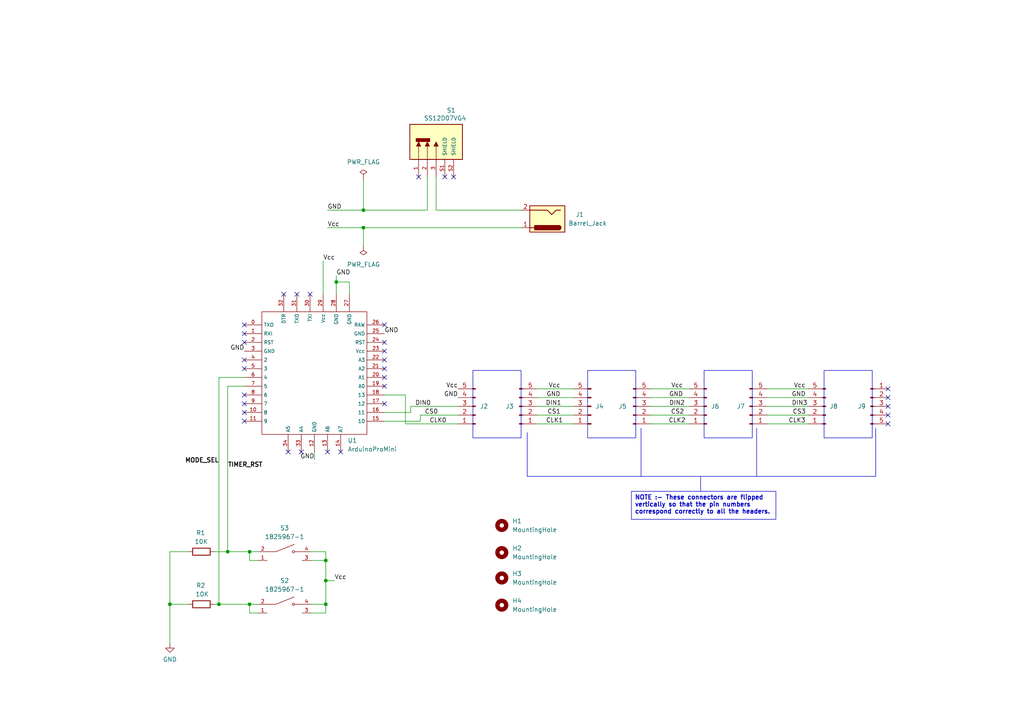
<source format=kicad_sch>
(kicad_sch
	(version 20231120)
	(generator "eeschema")
	(generator_version "8.0")
	(uuid "53dda8cd-9f06-435f-9021-311608443d85")
	(paper "A4")
	(title_block
		(title "A 4x8x8 LED Matrix Display")
		(date "2024-07-27")
		(rev "V1.0")
		(company "DINESH TRADERS")
	)
	(lib_symbols
		(symbol "1825967-1_1"
			(pin_names
				(offset 1.016)
			)
			(exclude_from_sim no)
			(in_bom yes)
			(on_board yes)
			(property "Reference" "S3"
				(at 0 6.858 0)
				(effects
					(font
						(size 1.27 1.27)
					)
				)
			)
			(property "Value" "1825967-1"
				(at 0 4.318 0)
				(effects
					(font
						(size 1.27 1.27)
					)
				)
			)
			(property "Footprint" "1825967-1:SW_1825967-1"
				(at 0.508 16.256 0)
				(effects
					(font
						(size 1.27 1.27)
					)
					(justify bottom)
					(hide yes)
				)
			)
			(property "Datasheet" ""
				(at 0 0 0)
				(effects
					(font
						(size 1.27 1.27)
					)
					(hide yes)
				)
			)
			(property "Description" ""
				(at 0 0 0)
				(effects
					(font
						(size 1.27 1.27)
					)
					(hide yes)
				)
			)
			(property "Comment" "1825967-1"
				(at -17.272 19.812 0)
				(effects
					(font
						(size 1.27 1.27)
					)
					(justify bottom)
					(hide yes)
				)
			)
			(property "MF" "TE Connectivity / AMP"
				(at 8.636 21.59 0)
				(effects
					(font
						(size 1.27 1.27)
					)
					(justify bottom)
					(hide yes)
				)
			)
			(property "MAXIMUM_PACKAGE_HEIGHT" "7.4"
				(at 20.066 17.018 0)
				(effects
					(font
						(size 1.27 1.27)
					)
					(justify bottom)
					(hide yes)
				)
			)
			(property "Package" "None"
				(at -18.796 17.526 0)
				(effects
					(font
						(size 1.27 1.27)
					)
					(justify bottom)
					(hide yes)
				)
			)
			(property "Price" "None"
				(at -36.576 19.05 0)
				(effects
					(font
						(size 1.27 1.27)
					)
					(justify bottom)
					(hide yes)
				)
			)
			(property "Check_prices" "https://www.snapeda.com/parts/1825967-1/TE+Connectivity+%252F+AMP/view-part/?ref=eda"
				(at 2.032 24.638 0)
				(effects
					(font
						(size 1.27 1.27)
					)
					(justify bottom)
					(hide yes)
				)
			)
			(property "STANDARD" "Manufacturer Recommendations"
				(at 24.892 19.05 0)
				(effects
					(font
						(size 1.27 1.27)
					)
					(justify bottom)
					(hide yes)
				)
			)
			(property "PARTREV" "E"
				(at -6.858 21.336 0)
				(effects
					(font
						(size 1.27 1.27)
					)
					(justify bottom)
					(hide yes)
				)
			)
			(property "SnapEDA_Link" "https://www.snapeda.com/parts/1825967-1/TE+Connectivity+%252F+AMP/view-part/?ref=snap"
				(at -3.302 -20.828 0)
				(effects
					(font
						(size 1.27 1.27)
					)
					(justify bottom)
					(hide yes)
				)
			)
			(property "MP" "1825967-1"
				(at -28.702 16.256 0)
				(effects
					(font
						(size 1.27 1.27)
					)
					(justify bottom)
					(hide yes)
				)
			)
			(property "EU_RoHS_Compliance" "Compliant"
				(at -29.464 19.812 0)
				(effects
					(font
						(size 1.27 1.27)
					)
					(justify bottom)
					(hide yes)
				)
			)
			(property "Description_1" "\nSwitch Tactile OFF (ON) SPST Round Button PC Pins 0.05A 24VDC 1.57N Thru-Hole\n"
				(at -7.874 -17.526 0)
				(effects
					(font
						(size 1.27 1.27)
					)
					(justify bottom)
					(hide yes)
				)
			)
			(property "Availability" "In Stock"
				(at -37.592 21.844 0)
				(effects
					(font
						(size 1.27 1.27)
					)
					(justify bottom)
					(hide yes)
				)
			)
			(property "MANUFACTURER" "TE"
				(at -21.59 13.97 0)
				(effects
					(font
						(size 1.27 1.27)
					)
					(justify bottom)
					(hide yes)
				)
			)
			(symbol "1825967-1_1_0_0"
				(polyline
					(pts
						(xy -2.54 0) (xy -5.08 0)
					)
					(stroke
						(width 0.1524)
						(type default)
					)
					(fill
						(type none)
					)
				)
				(polyline
					(pts
						(xy -2.54 0) (xy 2.794 2.1336)
					)
					(stroke
						(width 0.1524)
						(type default)
					)
					(fill
						(type none)
					)
				)
				(polyline
					(pts
						(xy 5.08 0) (xy 2.921 0)
					)
					(stroke
						(width 0.1524)
						(type default)
					)
					(fill
						(type none)
					)
				)
				(circle
					(center 2.54 0)
					(radius 0.3302)
					(stroke
						(width 0.1524)
						(type default)
					)
					(fill
						(type none)
					)
				)
				(pin passive line
					(at -7.62 -2.54 0)
					(length 2.54)
					(name "~"
						(effects
							(font
								(size 1.016 1.016)
							)
						)
					)
					(number "1"
						(effects
							(font
								(size 1.016 1.016)
							)
						)
					)
				)
				(pin passive line
					(at -7.62 0 0)
					(length 2.54)
					(name "~"
						(effects
							(font
								(size 1.016 1.016)
							)
						)
					)
					(number "2"
						(effects
							(font
								(size 1.016 1.016)
							)
						)
					)
				)
				(pin passive line
					(at 7.62 -2.54 180)
					(length 2.54)
					(name "~"
						(effects
							(font
								(size 1.016 1.016)
							)
						)
					)
					(number "3"
						(effects
							(font
								(size 1.016 1.016)
							)
						)
					)
				)
				(pin passive line
					(at 7.62 0 180)
					(length 2.54)
					(name "~"
						(effects
							(font
								(size 1.016 1.016)
							)
						)
					)
					(number "4"
						(effects
							(font
								(size 1.016 1.016)
							)
						)
					)
				)
			)
		)
		(symbol "Arduino_Pro_mini_Library:ArduinoProMini_CR"
			(exclude_from_sim no)
			(in_bom yes)
			(on_board yes)
			(property "Reference" "U"
				(at 14.986 21.59 0)
				(effects
					(font
						(size 1.27 1.27)
					)
				)
			)
			(property "Value" "ArduinoProMini"
				(at 0 0 0)
				(effects
					(font
						(size 1.27 1.27)
					)
				)
			)
			(property "Footprint" ""
				(at 0 0 0)
				(effects
					(font
						(size 1.27 1.27)
					)
					(hide yes)
				)
			)
			(property "Datasheet" ""
				(at 0 0 0)
				(effects
					(font
						(size 1.27 1.27)
					)
					(hide yes)
				)
			)
			(property "Description" ""
				(at 0 0 0)
				(effects
					(font
						(size 1.27 1.27)
					)
					(hide yes)
				)
			)
			(property "ki_keywords" "ArduinoProMini, CR_ArduinoProMini"
				(at 0 0 0)
				(effects
					(font
						(size 1.27 1.27)
					)
					(hide yes)
				)
			)
			(symbol "ArduinoProMini_CR_0_1"
				(rectangle
					(start -15.24 17.78)
					(end 15.24 -17.78)
					(stroke
						(width 0)
						(type default)
					)
					(fill
						(type none)
					)
				)
			)
			(symbol "ArduinoProMini_CR_1_0"
				(pin output line
					(at -20.32 13.97 0)
					(length 5.08)
					(name "TXO"
						(effects
							(font
								(size 1.016 1.016)
							)
						)
					)
					(number "0"
						(effects
							(font
								(size 1.016 1.016)
							)
						)
					)
				)
				(pin input line
					(at -20.32 11.43 0)
					(length 5.08)
					(name "RXI"
						(effects
							(font
								(size 1.016 1.016)
							)
						)
					)
					(number "1"
						(effects
							(font
								(size 1.016 1.016)
							)
						)
					)
				)
				(pin bidirectional line
					(at -20.32 -11.43 0)
					(length 5.08)
					(name "8"
						(effects
							(font
								(size 1.016 1.016)
							)
						)
					)
					(number "10"
						(effects
							(font
								(size 1.016 1.016)
							)
						)
					)
				)
				(pin bidirectional line
					(at -20.32 -13.97 0)
					(length 5.08)
					(name "9"
						(effects
							(font
								(size 1.016 1.016)
							)
						)
					)
					(number "11"
						(effects
							(font
								(size 1.016 1.016)
							)
						)
					)
				)
				(pin power_in line
					(at 0 -22.86 90)
					(length 5.08)
					(name "GND"
						(effects
							(font
								(size 1.016 1.016)
							)
						)
					)
					(number "12"
						(effects
							(font
								(size 1.016 1.016)
							)
						)
					)
				)
				(pin bidirectional line
					(at 3.81 -22.86 90)
					(length 5.08)
					(name "A6"
						(effects
							(font
								(size 1.016 1.016)
							)
						)
					)
					(number "13"
						(effects
							(font
								(size 1.016 1.016)
							)
						)
					)
				)
				(pin bidirectional line
					(at 7.62 -22.86 90)
					(length 5.08)
					(name "A7"
						(effects
							(font
								(size 1.016 1.016)
							)
						)
					)
					(number "14"
						(effects
							(font
								(size 1.016 1.016)
							)
						)
					)
				)
				(pin bidirectional line
					(at 20.32 -13.97 180)
					(length 5.08)
					(name "10"
						(effects
							(font
								(size 1.016 1.016)
							)
						)
					)
					(number "15"
						(effects
							(font
								(size 1.016 1.016)
							)
						)
					)
				)
				(pin bidirectional line
					(at 20.32 -11.43 180)
					(length 5.08)
					(name "11"
						(effects
							(font
								(size 1.016 1.016)
							)
						)
					)
					(number "16"
						(effects
							(font
								(size 1.016 1.016)
							)
						)
					)
				)
				(pin bidirectional line
					(at 20.32 -8.89 180)
					(length 5.08)
					(name "12"
						(effects
							(font
								(size 1.016 1.016)
							)
						)
					)
					(number "17"
						(effects
							(font
								(size 1.016 1.016)
							)
						)
					)
				)
				(pin bidirectional line
					(at 20.32 -6.35 180)
					(length 5.08)
					(name "13"
						(effects
							(font
								(size 1.016 1.016)
							)
						)
					)
					(number "18"
						(effects
							(font
								(size 1.016 1.016)
							)
						)
					)
				)
				(pin bidirectional line
					(at 20.32 -3.81 180)
					(length 5.08)
					(name "A0"
						(effects
							(font
								(size 1.016 1.016)
							)
						)
					)
					(number "19"
						(effects
							(font
								(size 1.016 1.016)
							)
						)
					)
				)
				(pin passive line
					(at -20.32 8.89 0)
					(length 5.08)
					(name "RST"
						(effects
							(font
								(size 1.016 1.016)
							)
						)
					)
					(number "2"
						(effects
							(font
								(size 1.016 1.016)
							)
						)
					)
				)
				(pin bidirectional line
					(at 20.32 -1.27 180)
					(length 5.08)
					(name "A1"
						(effects
							(font
								(size 1.016 1.016)
							)
						)
					)
					(number "20"
						(effects
							(font
								(size 1.016 1.016)
							)
						)
					)
				)
				(pin bidirectional line
					(at 20.32 1.27 180)
					(length 5.08)
					(name "A2"
						(effects
							(font
								(size 1.016 1.016)
							)
						)
					)
					(number "21"
						(effects
							(font
								(size 1.016 1.016)
							)
						)
					)
				)
				(pin bidirectional line
					(at 20.32 3.81 180)
					(length 5.08)
					(name "A3"
						(effects
							(font
								(size 1.016 1.016)
							)
						)
					)
					(number "22"
						(effects
							(font
								(size 1.016 1.016)
							)
						)
					)
				)
				(pin power_in line
					(at 20.32 6.35 180)
					(length 5.08)
					(name "Vcc"
						(effects
							(font
								(size 1.016 1.016)
							)
						)
					)
					(number "23"
						(effects
							(font
								(size 1.016 1.016)
							)
						)
					)
				)
				(pin passive line
					(at 20.32 8.89 180)
					(length 5.08)
					(name "RST"
						(effects
							(font
								(size 1.016 1.016)
							)
						)
					)
					(number "24"
						(effects
							(font
								(size 1.016 1.016)
							)
						)
					)
				)
				(pin power_in line
					(at 20.32 11.43 180)
					(length 5.08)
					(name "GND"
						(effects
							(font
								(size 1.016 1.016)
							)
						)
					)
					(number "25"
						(effects
							(font
								(size 1.016 1.016)
							)
						)
					)
				)
				(pin power_in line
					(at 20.32 13.97 180)
					(length 5.08)
					(name "RAW"
						(effects
							(font
								(size 1.016 1.016)
							)
						)
					)
					(number "26"
						(effects
							(font
								(size 1.016 1.016)
							)
						)
					)
				)
				(pin input line
					(at 10.16 22.86 270)
					(length 5.08)
					(name "GND"
						(effects
							(font
								(size 1.016 1.016)
							)
						)
					)
					(number "27"
						(effects
							(font
								(size 1.016 1.016)
							)
						)
					)
				)
				(pin power_in line
					(at 6.35 22.86 270)
					(length 5.08)
					(name "GND"
						(effects
							(font
								(size 1.016 1.016)
							)
						)
					)
					(number "28"
						(effects
							(font
								(size 1.016 1.016)
							)
						)
					)
				)
				(pin power_in line
					(at 2.54 22.86 270)
					(length 5.08)
					(name "Vcc"
						(effects
							(font
								(size 1.016 1.016)
							)
						)
					)
					(number "29"
						(effects
							(font
								(size 1.016 1.016)
							)
						)
					)
				)
				(pin power_in line
					(at -20.32 6.35 0)
					(length 5.08)
					(name "GND"
						(effects
							(font
								(size 1.016 1.016)
							)
						)
					)
					(number "3"
						(effects
							(font
								(size 1.016 1.016)
							)
						)
					)
				)
				(pin input line
					(at -1.27 22.86 270)
					(length 5.08)
					(name "TXI"
						(effects
							(font
								(size 1.016 1.016)
							)
						)
					)
					(number "30"
						(effects
							(font
								(size 1.016 1.016)
							)
						)
					)
				)
				(pin output line
					(at -5.08 22.86 270)
					(length 5.08)
					(name "TXO"
						(effects
							(font
								(size 1.016 1.016)
							)
						)
					)
					(number "31"
						(effects
							(font
								(size 1.016 1.016)
							)
						)
					)
				)
				(pin passive line
					(at -8.89 22.86 270)
					(length 5.08)
					(name "DTR"
						(effects
							(font
								(size 1.016 1.016)
							)
						)
					)
					(number "32"
						(effects
							(font
								(size 1.016 1.016)
							)
						)
					)
				)
				(pin bidirectional line
					(at -3.81 -22.86 90)
					(length 5.08)
					(name "A4"
						(effects
							(font
								(size 1.016 1.016)
							)
						)
					)
					(number "33"
						(effects
							(font
								(size 1.016 1.016)
							)
						)
					)
				)
				(pin bidirectional line
					(at -7.62 -22.86 90)
					(length 5.08)
					(name "A5"
						(effects
							(font
								(size 1.016 1.016)
							)
						)
					)
					(number "34"
						(effects
							(font
								(size 1.016 1.016)
							)
						)
					)
				)
				(pin bidirectional line
					(at -20.32 3.81 0)
					(length 5.08)
					(name "2"
						(effects
							(font
								(size 1.016 1.016)
							)
						)
					)
					(number "4"
						(effects
							(font
								(size 1.016 1.016)
							)
						)
					)
				)
				(pin bidirectional line
					(at -20.32 1.27 0)
					(length 5.08)
					(name "3"
						(effects
							(font
								(size 1.016 1.016)
							)
						)
					)
					(number "5"
						(effects
							(font
								(size 1.016 1.016)
							)
						)
					)
				)
				(pin bidirectional line
					(at -20.32 -1.27 0)
					(length 5.08)
					(name "4"
						(effects
							(font
								(size 1.016 1.016)
							)
						)
					)
					(number "6"
						(effects
							(font
								(size 1.016 1.016)
							)
						)
					)
				)
				(pin bidirectional line
					(at -20.32 -3.81 0)
					(length 5.08)
					(name "5"
						(effects
							(font
								(size 1.016 1.016)
							)
						)
					)
					(number "7"
						(effects
							(font
								(size 1.016 1.016)
							)
						)
					)
				)
				(pin bidirectional line
					(at -20.32 -6.35 0)
					(length 5.08)
					(name "6"
						(effects
							(font
								(size 1.016 1.016)
							)
						)
					)
					(number "8"
						(effects
							(font
								(size 1.016 1.016)
							)
						)
					)
				)
				(pin bidirectional line
					(at -20.32 -8.89 0)
					(length 5.08)
					(name "7"
						(effects
							(font
								(size 1.016 1.016)
							)
						)
					)
					(number "9"
						(effects
							(font
								(size 1.016 1.016)
							)
						)
					)
				)
			)
		)
		(symbol "Connector:Barrel_Jack"
			(pin_names
				(offset 1.016)
			)
			(exclude_from_sim no)
			(in_bom yes)
			(on_board yes)
			(property "Reference" "J"
				(at 0 5.334 0)
				(effects
					(font
						(size 1.27 1.27)
					)
				)
			)
			(property "Value" "Barrel_Jack"
				(at 0 -5.08 0)
				(effects
					(font
						(size 1.27 1.27)
					)
				)
			)
			(property "Footprint" ""
				(at 1.27 -1.016 0)
				(effects
					(font
						(size 1.27 1.27)
					)
					(hide yes)
				)
			)
			(property "Datasheet" "~"
				(at 1.27 -1.016 0)
				(effects
					(font
						(size 1.27 1.27)
					)
					(hide yes)
				)
			)
			(property "Description" "DC Barrel Jack"
				(at 0 0 0)
				(effects
					(font
						(size 1.27 1.27)
					)
					(hide yes)
				)
			)
			(property "ki_keywords" "DC power barrel jack connector"
				(at 0 0 0)
				(effects
					(font
						(size 1.27 1.27)
					)
					(hide yes)
				)
			)
			(property "ki_fp_filters" "BarrelJack*"
				(at 0 0 0)
				(effects
					(font
						(size 1.27 1.27)
					)
					(hide yes)
				)
			)
			(symbol "Barrel_Jack_0_1"
				(rectangle
					(start -5.08 3.81)
					(end 5.08 -3.81)
					(stroke
						(width 0.254)
						(type default)
					)
					(fill
						(type background)
					)
				)
				(arc
					(start -3.302 3.175)
					(mid -3.9343 2.54)
					(end -3.302 1.905)
					(stroke
						(width 0.254)
						(type default)
					)
					(fill
						(type none)
					)
				)
				(arc
					(start -3.302 3.175)
					(mid -3.9343 2.54)
					(end -3.302 1.905)
					(stroke
						(width 0.254)
						(type default)
					)
					(fill
						(type outline)
					)
				)
				(polyline
					(pts
						(xy 5.08 2.54) (xy 3.81 2.54)
					)
					(stroke
						(width 0.254)
						(type default)
					)
					(fill
						(type none)
					)
				)
				(polyline
					(pts
						(xy -3.81 -2.54) (xy -2.54 -2.54) (xy -1.27 -1.27) (xy 0 -2.54) (xy 2.54 -2.54) (xy 5.08 -2.54)
					)
					(stroke
						(width 0.254)
						(type default)
					)
					(fill
						(type none)
					)
				)
				(rectangle
					(start 3.683 3.175)
					(end -3.302 1.905)
					(stroke
						(width 0.254)
						(type default)
					)
					(fill
						(type outline)
					)
				)
			)
			(symbol "Barrel_Jack_1_1"
				(pin passive line
					(at 7.62 2.54 180)
					(length 2.54)
					(name "~"
						(effects
							(font
								(size 1.27 1.27)
							)
						)
					)
					(number "1"
						(effects
							(font
								(size 1.27 1.27)
							)
						)
					)
				)
				(pin passive line
					(at 7.62 -2.54 180)
					(length 2.54)
					(name "~"
						(effects
							(font
								(size 1.27 1.27)
							)
						)
					)
					(number "2"
						(effects
							(font
								(size 1.27 1.27)
							)
						)
					)
				)
			)
		)
		(symbol "Connector:Conn_01x05_Pin"
			(pin_names
				(offset 1.016) hide)
			(exclude_from_sim no)
			(in_bom yes)
			(on_board yes)
			(property "Reference" "J"
				(at 0 7.62 0)
				(effects
					(font
						(size 1.27 1.27)
					)
				)
			)
			(property "Value" "Conn_01x05_Pin"
				(at 0 -7.62 0)
				(effects
					(font
						(size 1.27 1.27)
					)
				)
			)
			(property "Footprint" ""
				(at 0 0 0)
				(effects
					(font
						(size 1.27 1.27)
					)
					(hide yes)
				)
			)
			(property "Datasheet" "~"
				(at 0 0 0)
				(effects
					(font
						(size 1.27 1.27)
					)
					(hide yes)
				)
			)
			(property "Description" "Generic connector, single row, 01x05, script generated"
				(at 0 0 0)
				(effects
					(font
						(size 1.27 1.27)
					)
					(hide yes)
				)
			)
			(property "ki_locked" ""
				(at 0 0 0)
				(effects
					(font
						(size 1.27 1.27)
					)
				)
			)
			(property "ki_keywords" "connector"
				(at 0 0 0)
				(effects
					(font
						(size 1.27 1.27)
					)
					(hide yes)
				)
			)
			(property "ki_fp_filters" "Connector*:*_1x??_*"
				(at 0 0 0)
				(effects
					(font
						(size 1.27 1.27)
					)
					(hide yes)
				)
			)
			(symbol "Conn_01x05_Pin_1_1"
				(polyline
					(pts
						(xy 1.27 -5.08) (xy 0.8636 -5.08)
					)
					(stroke
						(width 0.1524)
						(type default)
					)
					(fill
						(type none)
					)
				)
				(polyline
					(pts
						(xy 1.27 -2.54) (xy 0.8636 -2.54)
					)
					(stroke
						(width 0.1524)
						(type default)
					)
					(fill
						(type none)
					)
				)
				(polyline
					(pts
						(xy 1.27 0) (xy 0.8636 0)
					)
					(stroke
						(width 0.1524)
						(type default)
					)
					(fill
						(type none)
					)
				)
				(polyline
					(pts
						(xy 1.27 2.54) (xy 0.8636 2.54)
					)
					(stroke
						(width 0.1524)
						(type default)
					)
					(fill
						(type none)
					)
				)
				(polyline
					(pts
						(xy 1.27 5.08) (xy 0.8636 5.08)
					)
					(stroke
						(width 0.1524)
						(type default)
					)
					(fill
						(type none)
					)
				)
				(rectangle
					(start 0.8636 -4.953)
					(end 0 -5.207)
					(stroke
						(width 0.1524)
						(type default)
					)
					(fill
						(type outline)
					)
				)
				(rectangle
					(start 0.8636 -2.413)
					(end 0 -2.667)
					(stroke
						(width 0.1524)
						(type default)
					)
					(fill
						(type outline)
					)
				)
				(rectangle
					(start 0.8636 0.127)
					(end 0 -0.127)
					(stroke
						(width 0.1524)
						(type default)
					)
					(fill
						(type outline)
					)
				)
				(rectangle
					(start 0.8636 2.667)
					(end 0 2.413)
					(stroke
						(width 0.1524)
						(type default)
					)
					(fill
						(type outline)
					)
				)
				(rectangle
					(start 0.8636 5.207)
					(end 0 4.953)
					(stroke
						(width 0.1524)
						(type default)
					)
					(fill
						(type outline)
					)
				)
				(pin passive line
					(at 5.08 5.08 180)
					(length 3.81)
					(name "Pin_1"
						(effects
							(font
								(size 1.27 1.27)
							)
						)
					)
					(number "1"
						(effects
							(font
								(size 1.27 1.27)
							)
						)
					)
				)
				(pin passive line
					(at 5.08 2.54 180)
					(length 3.81)
					(name "Pin_2"
						(effects
							(font
								(size 1.27 1.27)
							)
						)
					)
					(number "2"
						(effects
							(font
								(size 1.27 1.27)
							)
						)
					)
				)
				(pin passive line
					(at 5.08 0 180)
					(length 3.81)
					(name "Pin_3"
						(effects
							(font
								(size 1.27 1.27)
							)
						)
					)
					(number "3"
						(effects
							(font
								(size 1.27 1.27)
							)
						)
					)
				)
				(pin passive line
					(at 5.08 -2.54 180)
					(length 3.81)
					(name "Pin_4"
						(effects
							(font
								(size 1.27 1.27)
							)
						)
					)
					(number "4"
						(effects
							(font
								(size 1.27 1.27)
							)
						)
					)
				)
				(pin passive line
					(at 5.08 -5.08 180)
					(length 3.81)
					(name "Pin_5"
						(effects
							(font
								(size 1.27 1.27)
							)
						)
					)
					(number "5"
						(effects
							(font
								(size 1.27 1.27)
							)
						)
					)
				)
			)
		)
		(symbol "Device:R"
			(pin_numbers hide)
			(pin_names
				(offset 0)
			)
			(exclude_from_sim no)
			(in_bom yes)
			(on_board yes)
			(property "Reference" "R"
				(at 2.032 0 90)
				(effects
					(font
						(size 1.27 1.27)
					)
				)
			)
			(property "Value" "R"
				(at 0 0 90)
				(effects
					(font
						(size 1.27 1.27)
					)
				)
			)
			(property "Footprint" ""
				(at -1.778 0 90)
				(effects
					(font
						(size 1.27 1.27)
					)
					(hide yes)
				)
			)
			(property "Datasheet" "~"
				(at 0 0 0)
				(effects
					(font
						(size 1.27 1.27)
					)
					(hide yes)
				)
			)
			(property "Description" "Resistor"
				(at 0 0 0)
				(effects
					(font
						(size 1.27 1.27)
					)
					(hide yes)
				)
			)
			(property "ki_keywords" "R res resistor"
				(at 0 0 0)
				(effects
					(font
						(size 1.27 1.27)
					)
					(hide yes)
				)
			)
			(property "ki_fp_filters" "R_*"
				(at 0 0 0)
				(effects
					(font
						(size 1.27 1.27)
					)
					(hide yes)
				)
			)
			(symbol "R_0_1"
				(rectangle
					(start -1.016 -2.54)
					(end 1.016 2.54)
					(stroke
						(width 0.254)
						(type default)
					)
					(fill
						(type none)
					)
				)
			)
			(symbol "R_1_1"
				(pin passive line
					(at 0 3.81 270)
					(length 1.27)
					(name "~"
						(effects
							(font
								(size 1.27 1.27)
							)
						)
					)
					(number "1"
						(effects
							(font
								(size 1.27 1.27)
							)
						)
					)
				)
				(pin passive line
					(at 0 -3.81 90)
					(length 1.27)
					(name "~"
						(effects
							(font
								(size 1.27 1.27)
							)
						)
					)
					(number "2"
						(effects
							(font
								(size 1.27 1.27)
							)
						)
					)
				)
			)
		)
		(symbol "Mechanical:MountingHole"
			(pin_names
				(offset 1.016)
			)
			(exclude_from_sim yes)
			(in_bom no)
			(on_board yes)
			(property "Reference" "H"
				(at 0 5.08 0)
				(effects
					(font
						(size 1.27 1.27)
					)
				)
			)
			(property "Value" "MountingHole"
				(at 0 3.175 0)
				(effects
					(font
						(size 1.27 1.27)
					)
				)
			)
			(property "Footprint" ""
				(at 0 0 0)
				(effects
					(font
						(size 1.27 1.27)
					)
					(hide yes)
				)
			)
			(property "Datasheet" "~"
				(at 0 0 0)
				(effects
					(font
						(size 1.27 1.27)
					)
					(hide yes)
				)
			)
			(property "Description" "Mounting Hole without connection"
				(at 0 0 0)
				(effects
					(font
						(size 1.27 1.27)
					)
					(hide yes)
				)
			)
			(property "ki_keywords" "mounting hole"
				(at 0 0 0)
				(effects
					(font
						(size 1.27 1.27)
					)
					(hide yes)
				)
			)
			(property "ki_fp_filters" "MountingHole*"
				(at 0 0 0)
				(effects
					(font
						(size 1.27 1.27)
					)
					(hide yes)
				)
			)
			(symbol "MountingHole_0_1"
				(circle
					(center 0 0)
					(radius 1.27)
					(stroke
						(width 1.27)
						(type default)
					)
					(fill
						(type none)
					)
				)
			)
		)
		(symbol "SS12D07VG4:SS12D07VG4"
			(pin_names
				(offset 1.016)
			)
			(exclude_from_sim no)
			(in_bom yes)
			(on_board yes)
			(property "Reference" "S1"
				(at 9.144 -3.048 90)
				(effects
					(font
						(size 1.27 1.27)
					)
					(justify right)
				)
			)
			(property "Value" "SS12D07VG4"
				(at 6.858 3.556 90)
				(effects
					(font
						(size 1.27 1.27)
					)
					(justify right)
				)
			)
			(property "Footprint" "SS12D07VG4:SW_SS12D07VG4"
				(at 52.832 -37.338 0)
				(effects
					(font
						(size 1.27 1.27)
					)
					(justify bottom)
					(hide yes)
				)
			)
			(property "Datasheet" ""
				(at 0 0 0)
				(effects
					(font
						(size 1.27 1.27)
					)
					(hide yes)
				)
			)
			(property "Description" ""
				(at 0 0 0)
				(effects
					(font
						(size 1.27 1.27)
					)
					(hide yes)
				)
			)
			(property "VADDA" ""
				(at 0 0 0)
				(effects
					(font
						(size 1.27 1.27)
					)
					(hide yes)
				)
			)
			(property "Purpose" ""
				(at 0 0 0)
				(effects
					(font
						(size 1.27 1.27)
					)
				)
			)
			(property "MF" "Shouhan"
				(at 0 0 0)
				(effects
					(font
						(size 1.27 1.27)
					)
					(justify bottom)
					(hide yes)
				)
			)
			(property "MAXIMUM_PACKAGE_HEIGHT" "8.7mm"
				(at 0 0 0)
				(effects
					(font
						(size 1.27 1.27)
					)
					(justify bottom)
					(hide yes)
				)
			)
			(property "Package" "Package"
				(at 0 0 0)
				(effects
					(font
						(size 1.27 1.27)
					)
					(justify bottom)
					(hide yes)
				)
			)
			(property "Price" "None"
				(at 17.018 12.192 0)
				(effects
					(font
						(size 1.27 1.27)
					)
					(justify bottom)
					(hide yes)
				)
			)
			(property "Check_prices" "https://www.snapeda.com/parts/SS12D07VG4/Shouhan/view-part/?ref=eda"
				(at -7.366 -34.036 0)
				(effects
					(font
						(size 1.27 1.27)
					)
					(justify bottom)
					(hide yes)
				)
			)
			(property "STANDARD" "Manufacturer Recommendations"
				(at 54.356 -35.306 0)
				(effects
					(font
						(size 1.27 1.27)
					)
					(justify bottom)
					(hide yes)
				)
			)
			(property "PARTREV" "1"
				(at 22.86 12.7 0)
				(effects
					(font
						(size 1.27 1.27)
					)
					(justify bottom)
					(hide yes)
				)
			)
			(property "SnapEDA_Link" "ttps://www.snapeda.com/parts/SS12D07VG4/Shouhan/view-part/?ref=snap"
				(at -3.556 -36.322 0)
				(effects
					(font
						(size 1.27 1.27)
					)
					(justify bottom)
					(hide yes)
				)
			)
			(property "MP" "SS12D07VG4"
				(at 13.97 13.716 0)
				(effects
					(font
						(size 1.27 1.27)
					)
					(justify bottom)
					(hide yes)
				)
			)
			(property "Description_1" "\nSwitch Slide ON ON SPDT Top Slide 0.3A 30VDC PC Pins Bracket Mount/Through Hole Automotive Bulk\n"
				(at -1.016 -31.496 0)
				(effects
					(font
						(size 1.27 1.27)
					)
					(justify bottom)
					(hide yes)
				)
			)
			(property "Availability" "Not in stock"
				(at 0.762 14.224 0)
				(effects
					(font
						(size 1.27 1.27)
					)
					(justify bottom)
					(hide yes)
				)
			)
			(property "MANUFACTURER" "Shouhan"
				(at 0 0 0)
				(effects
					(font
						(size 1.27 1.27)
					)
					(justify bottom)
					(hide yes)
				)
			)
			(symbol "SS12D07VG4_0_0"
				(rectangle
					(start -5.08 7.62)
					(end 5.08 -7.62)
					(stroke
						(width 0.254)
						(type default)
					)
					(fill
						(type background)
					)
				)
				(polyline
					(pts
						(xy -5.08 0) (xy -1.27 0)
					)
					(stroke
						(width 0.1524)
						(type default)
					)
					(fill
						(type none)
					)
				)
				(polyline
					(pts
						(xy -5.08 2.54) (xy -1.27 2.54)
					)
					(stroke
						(width 0.1524)
						(type default)
					)
					(fill
						(type none)
					)
				)
				(polyline
					(pts
						(xy -5.08 5.08) (xy -1.27 5.08)
					)
					(stroke
						(width 0.1524)
						(type default)
					)
					(fill
						(type none)
					)
				)
				(polyline
					(pts
						(xy -1.27 0.635) (xy -1.27 -0.635) (xy 0 0) (xy -1.27 0.635)
					)
					(stroke
						(width 0.1524)
						(type default)
					)
					(fill
						(type outline)
					)
				)
				(polyline
					(pts
						(xy -1.27 3.175) (xy -1.27 1.905) (xy 0 2.54) (xy -1.27 3.175)
					)
					(stroke
						(width 0.1524)
						(type default)
					)
					(fill
						(type outline)
					)
				)
				(polyline
					(pts
						(xy -1.27 5.715) (xy -1.27 4.445) (xy 0 5.08) (xy -1.27 5.715)
					)
					(stroke
						(width 0.1524)
						(type default)
					)
					(fill
						(type outline)
					)
				)
				(polyline
					(pts
						(xy 0 5.842) (xy 0 1.778) (xy 1.016 1.778) (xy 1.016 5.842) (xy 0 5.842)
					)
					(stroke
						(width 0.0254)
						(type default)
					)
					(fill
						(type outline)
					)
				)
				(pin passive line
					(at -10.16 5.08 0)
					(length 5.08)
					(name "~"
						(effects
							(font
								(size 1.016 1.016)
							)
						)
					)
					(number "1"
						(effects
							(font
								(size 1.016 1.016)
							)
						)
					)
				)
				(pin passive line
					(at -10.16 2.54 0)
					(length 5.08)
					(name "~"
						(effects
							(font
								(size 1.016 1.016)
							)
						)
					)
					(number "2"
						(effects
							(font
								(size 1.016 1.016)
							)
						)
					)
				)
				(pin passive line
					(at -10.16 0 0)
					(length 5.08)
					(name "~"
						(effects
							(font
								(size 1.016 1.016)
							)
						)
					)
					(number "3"
						(effects
							(font
								(size 1.016 1.016)
							)
						)
					)
				)
				(pin passive line
					(at -10.16 -2.54 0)
					(length 5.08)
					(name "SHIELD"
						(effects
							(font
								(size 1.016 1.016)
							)
						)
					)
					(number "S1"
						(effects
							(font
								(size 1.016 1.016)
							)
						)
					)
				)
				(pin passive line
					(at -10.16 -5.08 0)
					(length 5.08)
					(name "SHIELD"
						(effects
							(font
								(size 1.016 1.016)
							)
						)
					)
					(number "S2"
						(effects
							(font
								(size 1.016 1.016)
							)
						)
					)
				)
			)
		)
		(symbol "power:GND"
			(power)
			(pin_numbers hide)
			(pin_names
				(offset 0) hide)
			(exclude_from_sim no)
			(in_bom yes)
			(on_board yes)
			(property "Reference" "#PWR"
				(at 0 -6.35 0)
				(effects
					(font
						(size 1.27 1.27)
					)
					(hide yes)
				)
			)
			(property "Value" "GND"
				(at 0 -3.81 0)
				(effects
					(font
						(size 1.27 1.27)
					)
				)
			)
			(property "Footprint" ""
				(at 0 0 0)
				(effects
					(font
						(size 1.27 1.27)
					)
					(hide yes)
				)
			)
			(property "Datasheet" ""
				(at 0 0 0)
				(effects
					(font
						(size 1.27 1.27)
					)
					(hide yes)
				)
			)
			(property "Description" "Power symbol creates a global label with name \"GND\" , ground"
				(at 0 0 0)
				(effects
					(font
						(size 1.27 1.27)
					)
					(hide yes)
				)
			)
			(property "ki_keywords" "global power"
				(at 0 0 0)
				(effects
					(font
						(size 1.27 1.27)
					)
					(hide yes)
				)
			)
			(symbol "GND_0_1"
				(polyline
					(pts
						(xy 0 0) (xy 0 -1.27) (xy 1.27 -1.27) (xy 0 -2.54) (xy -1.27 -1.27) (xy 0 -1.27)
					)
					(stroke
						(width 0)
						(type default)
					)
					(fill
						(type none)
					)
				)
			)
			(symbol "GND_1_1"
				(pin power_in line
					(at 0 0 270)
					(length 0)
					(name "~"
						(effects
							(font
								(size 1.27 1.27)
							)
						)
					)
					(number "1"
						(effects
							(font
								(size 1.27 1.27)
							)
						)
					)
				)
			)
		)
		(symbol "power:PWR_FLAG"
			(power)
			(pin_numbers hide)
			(pin_names
				(offset 0) hide)
			(exclude_from_sim no)
			(in_bom yes)
			(on_board yes)
			(property "Reference" "#FLG"
				(at 0 1.905 0)
				(effects
					(font
						(size 1.27 1.27)
					)
					(hide yes)
				)
			)
			(property "Value" "PWR_FLAG"
				(at 0 3.81 0)
				(effects
					(font
						(size 1.27 1.27)
					)
				)
			)
			(property "Footprint" ""
				(at 0 0 0)
				(effects
					(font
						(size 1.27 1.27)
					)
					(hide yes)
				)
			)
			(property "Datasheet" "~"
				(at 0 0 0)
				(effects
					(font
						(size 1.27 1.27)
					)
					(hide yes)
				)
			)
			(property "Description" "Special symbol for telling ERC where power comes from"
				(at 0 0 0)
				(effects
					(font
						(size 1.27 1.27)
					)
					(hide yes)
				)
			)
			(property "ki_keywords" "flag power"
				(at 0 0 0)
				(effects
					(font
						(size 1.27 1.27)
					)
					(hide yes)
				)
			)
			(symbol "PWR_FLAG_0_0"
				(pin power_out line
					(at 0 0 90)
					(length 0)
					(name "~"
						(effects
							(font
								(size 1.27 1.27)
							)
						)
					)
					(number "1"
						(effects
							(font
								(size 1.27 1.27)
							)
						)
					)
				)
			)
			(symbol "PWR_FLAG_0_1"
				(polyline
					(pts
						(xy 0 0) (xy 0 1.27) (xy -1.016 1.905) (xy 0 2.54) (xy 1.016 1.905) (xy 0 1.27)
					)
					(stroke
						(width 0)
						(type default)
					)
					(fill
						(type none)
					)
				)
			)
		)
	)
	(junction
		(at 97.536 81.788)
		(diameter 0)
		(color 0 0 0 0)
		(uuid "23352023-0544-4ea6-8b8f-d63ef6c366ad")
	)
	(junction
		(at 94.488 162.56)
		(diameter 0)
		(color 0 0 0 0)
		(uuid "2b1d629d-b954-4721-8129-6b168c7f91dc")
	)
	(junction
		(at 72.39 160.02)
		(diameter 0)
		(color 0 0 0 0)
		(uuid "4746d603-053a-47cf-98a0-c3dca511fbf5")
	)
	(junction
		(at 72.39 175.26)
		(diameter 0)
		(color 0 0 0 0)
		(uuid "94a58e13-9128-4704-a257-e04ca3c8965b")
	)
	(junction
		(at 105.41 60.96)
		(diameter 0)
		(color 0 0 0 0)
		(uuid "9c85d375-5172-4613-9017-77095d5e60bd")
	)
	(junction
		(at 94.488 175.26)
		(diameter 0)
		(color 0 0 0 0)
		(uuid "a66ae11f-fb17-4471-8caf-502ee03d3622")
	)
	(junction
		(at 63.5 175.26)
		(diameter 0)
		(color 0 0 0 0)
		(uuid "b33d81e8-5762-45ef-8805-a072d4994938")
	)
	(junction
		(at 94.488 168.402)
		(diameter 0)
		(color 0 0 0 0)
		(uuid "bb7f61ad-459a-4b05-b347-fd5e5d3cc12a")
	)
	(junction
		(at 66.04 160.02)
		(diameter 0)
		(color 0 0 0 0)
		(uuid "bfac5679-4c98-49a0-b8c2-5cc9d325b0c4")
	)
	(junction
		(at 49.276 175.26)
		(diameter 0)
		(color 0 0 0 0)
		(uuid "d0969f37-006a-4c22-ac47-240c2d15346b")
	)
	(junction
		(at 105.41 66.04)
		(diameter 0)
		(color 0 0 0 0)
		(uuid "e9c1bbb9-ec72-42f0-bd2f-45d9f267e3f8")
	)
	(no_connect
		(at 257.556 120.396)
		(uuid "04e78096-4ebf-4705-bb97-4400b0b83b9a")
	)
	(no_connect
		(at 82.296 85.344)
		(uuid "11bc21b7-05a9-4345-baa7-f32bcbd63d85")
	)
	(no_connect
		(at 111.506 104.394)
		(uuid "1d256f23-68c8-4874-8298-470b9b881b1d")
	)
	(no_connect
		(at 83.566 131.064)
		(uuid "2d52bc34-9625-4aab-845a-f798232b48cd")
	)
	(no_connect
		(at 257.556 117.856)
		(uuid "30da7c12-1a4c-450c-81fd-c6f6e33f83b9")
	)
	(no_connect
		(at 86.106 85.344)
		(uuid "3160d8a3-b1c9-491b-8d7a-ef5843dee08f")
	)
	(no_connect
		(at 121.412 51.308)
		(uuid "376b140e-e5ed-4e88-9d9d-9a4aba34cebe")
	)
	(no_connect
		(at 94.996 131.064)
		(uuid "435ef928-344c-49de-ba11-1fad08e4e2da")
	)
	(no_connect
		(at 129.032 51.308)
		(uuid "4ae9c5de-a9f2-49ee-ba4a-8610ffc2f8a1")
	)
	(no_connect
		(at 70.866 104.394)
		(uuid "4fd59821-77f5-40bb-9ddd-74e40ce3f284")
	)
	(no_connect
		(at 98.806 131.064)
		(uuid "5606fcf4-79c1-45dc-86ab-ef4cbb625f81")
	)
	(no_connect
		(at 111.506 117.094)
		(uuid "5f62a8d5-83c2-45b8-b787-59df36831cdc")
	)
	(no_connect
		(at 257.556 112.776)
		(uuid "6fa2f18e-cb23-4c52-ba6b-d9a5f8939f75")
	)
	(no_connect
		(at 111.506 112.014)
		(uuid "9173dc57-fc29-405d-9df2-229a26d12dc0")
	)
	(no_connect
		(at 70.866 94.234)
		(uuid "99818701-6353-4800-82e1-12f7f56ae8a8")
	)
	(no_connect
		(at 111.506 99.314)
		(uuid "9b89606f-9711-4a44-ace9-a6a3267b831d")
	)
	(no_connect
		(at 70.866 119.634)
		(uuid "a301b038-fa6b-4328-84f5-aa2176bdea9c")
	)
	(no_connect
		(at 70.866 106.934)
		(uuid "a7815037-7419-4027-a866-4f15d1594049")
	)
	(no_connect
		(at 70.866 122.174)
		(uuid "af548e0f-c2d5-485f-a65a-240d80fc1457")
	)
	(no_connect
		(at 111.506 94.234)
		(uuid "b6548c8a-1c1b-4829-a2fe-9bba042f6865")
	)
	(no_connect
		(at 70.866 99.314)
		(uuid "bc38acf8-60ba-46ae-9839-7e29252e18e4")
	)
	(no_connect
		(at 111.506 109.474)
		(uuid "bf4ad7ca-e637-4e93-852c-96f0f94cada5")
	)
	(no_connect
		(at 111.506 101.854)
		(uuid "c3a6a204-c4fe-47bd-8c5c-81365fce5cef")
	)
	(no_connect
		(at 70.866 114.554)
		(uuid "c6f68d0c-e5ac-4e18-9e2d-ead3529c1011")
	)
	(no_connect
		(at 111.506 106.934)
		(uuid "c7ccb0d2-6834-4471-80d0-7d535da66f2a")
	)
	(no_connect
		(at 89.916 85.344)
		(uuid "d3954d79-4508-421e-90b9-605de55734df")
	)
	(no_connect
		(at 70.866 117.094)
		(uuid "d5ab2641-a64e-4e35-9ef0-c3e7c3f9a926")
	)
	(no_connect
		(at 257.556 122.936)
		(uuid "df16cc62-fd19-4991-915c-1520c0e7c2df")
	)
	(no_connect
		(at 131.572 51.308)
		(uuid "df7408ed-3013-4f0e-97c9-d53ba8c2f8d0")
	)
	(no_connect
		(at 87.376 131.064)
		(uuid "e953d7ce-fb75-44d3-980b-e537718849f6")
	)
	(no_connect
		(at 257.556 115.316)
		(uuid "f7355c0d-ac27-46b4-90e2-d7d7ee7f2914")
	)
	(no_connect
		(at 70.866 96.774)
		(uuid "fc2529fa-ff20-4d07-a4b7-73bfa3228742")
	)
	(wire
		(pts
			(xy 54.61 175.26) (xy 49.276 175.26)
		)
		(stroke
			(width 0)
			(type default)
		)
		(uuid "01121f1e-f99b-4baf-8fca-39dd6bdd6058")
	)
	(wire
		(pts
			(xy 74.93 177.8) (xy 72.39 177.8)
		)
		(stroke
			(width 0)
			(type default)
		)
		(uuid "01cd29dd-7071-4227-9a46-39be14a035ad")
	)
	(wire
		(pts
			(xy 94.488 162.56) (xy 94.488 168.402)
		)
		(stroke
			(width 0)
			(type default)
		)
		(uuid "052c30cb-e1ed-4554-a284-557a2143dba5")
	)
	(wire
		(pts
			(xy 91.186 133.35) (xy 91.186 131.064)
		)
		(stroke
			(width 0)
			(type default)
		)
		(uuid "0a3d021b-602e-4550-9618-acff7526e8f6")
	)
	(wire
		(pts
			(xy 105.41 60.96) (xy 123.952 60.96)
		)
		(stroke
			(width 0)
			(type default)
		)
		(uuid "0c5fa99b-c4c2-456c-80f9-eea3f477c8ef")
	)
	(wire
		(pts
			(xy 94.488 177.8) (xy 94.488 175.26)
		)
		(stroke
			(width 0)
			(type default)
		)
		(uuid "0f16c2d4-bb9c-42ee-a050-4ff5d1131244")
	)
	(wire
		(pts
			(xy 101.346 85.344) (xy 101.346 81.788)
		)
		(stroke
			(width 0)
			(type default)
		)
		(uuid "12f17ccf-1eda-4fce-8828-f478deecc03a")
	)
	(wire
		(pts
			(xy 111.506 119.634) (xy 119.126 119.634)
		)
		(stroke
			(width 0)
			(type default)
		)
		(uuid "142f2045-32ba-4073-a893-099377dd3655")
	)
	(wire
		(pts
			(xy 94.996 60.96) (xy 105.41 60.96)
		)
		(stroke
			(width 0)
			(type default)
		)
		(uuid "1d9b06b7-f190-45fa-8872-b267231ab791")
	)
	(wire
		(pts
			(xy 66.04 160.02) (xy 72.39 160.02)
		)
		(stroke
			(width 0)
			(type default)
		)
		(uuid "1d9fc382-6956-4ae8-8ca2-2c76e511bdd3")
	)
	(wire
		(pts
			(xy 121.92 120.396) (xy 132.842 120.396)
		)
		(stroke
			(width 0)
			(type default)
		)
		(uuid "1fadb3ed-04c0-445d-bc9f-d54575d2190f")
	)
	(wire
		(pts
			(xy 155.702 117.856) (xy 166.37 117.856)
		)
		(stroke
			(width 0)
			(type default)
		)
		(uuid "299ed18d-0af6-434d-875d-ebc8e00fd9a1")
	)
	(wire
		(pts
			(xy 90.17 177.8) (xy 94.488 177.8)
		)
		(stroke
			(width 0)
			(type default)
		)
		(uuid "3b79834c-5e28-4ad5-a0e1-d1f0ac0f332e")
	)
	(wire
		(pts
			(xy 119.126 117.856) (xy 132.842 117.856)
		)
		(stroke
			(width 0)
			(type default)
		)
		(uuid "3c75cddb-07ca-4378-b933-14919b78ba5b")
	)
	(wire
		(pts
			(xy 62.23 175.26) (xy 63.5 175.26)
		)
		(stroke
			(width 0)
			(type default)
		)
		(uuid "405e7d9e-6fcd-4ee8-862a-20718b636176")
	)
	(wire
		(pts
			(xy 117.602 114.554) (xy 117.602 122.936)
		)
		(stroke
			(width 0)
			(type default)
		)
		(uuid "455458ab-214b-46d3-ad05-880b90bfb601")
	)
	(wire
		(pts
			(xy 94.488 160.02) (xy 94.488 162.56)
		)
		(stroke
			(width 0)
			(type default)
		)
		(uuid "47f6c495-5fd0-4a30-b2e8-7b00e326bbd8")
	)
	(polyline
		(pts
			(xy 219.456 124.206) (xy 219.456 138.176)
		)
		(stroke
			(width 0)
			(type default)
		)
		(uuid "4ea5cbf7-748a-4ee9-82a0-27a6a3e7faef")
	)
	(wire
		(pts
			(xy 49.276 160.02) (xy 49.276 175.26)
		)
		(stroke
			(width 0)
			(type default)
		)
		(uuid "4ee43da1-5057-472d-aec2-9a07ab25623a")
	)
	(wire
		(pts
			(xy 90.17 162.56) (xy 94.488 162.56)
		)
		(stroke
			(width 0)
			(type default)
		)
		(uuid "5516fee9-b800-4559-ba24-d4539be62b80")
	)
	(wire
		(pts
			(xy 72.39 162.56) (xy 72.39 160.02)
		)
		(stroke
			(width 0)
			(type default)
		)
		(uuid "59c8619b-3058-48a4-86ab-61c07c8e7310")
	)
	(wire
		(pts
			(xy 94.996 66.04) (xy 105.41 66.04)
		)
		(stroke
			(width 0)
			(type default)
		)
		(uuid "5b889ec3-6453-4780-a378-7a54d7aab4c8")
	)
	(polyline
		(pts
			(xy 152.908 125.476) (xy 152.908 138.176)
		)
		(stroke
			(width 0)
			(type default)
		)
		(uuid "5b8ffc87-d365-448e-9693-9807d7603b69")
	)
	(wire
		(pts
			(xy 155.702 112.776) (xy 166.37 112.776)
		)
		(stroke
			(width 0)
			(type default)
		)
		(uuid "5f929be2-90f7-4675-952d-12534dd42b73")
	)
	(wire
		(pts
			(xy 101.346 81.788) (xy 97.536 81.788)
		)
		(stroke
			(width 0)
			(type default)
		)
		(uuid "644990c9-f9c2-4e1b-be26-a07c06b4734f")
	)
	(polyline
		(pts
			(xy 185.928 124.206) (xy 185.928 138.176)
		)
		(stroke
			(width 0)
			(type default)
		)
		(uuid "67988cb4-4138-4777-880f-914864a7c840")
	)
	(wire
		(pts
			(xy 188.722 115.316) (xy 199.898 115.316)
		)
		(stroke
			(width 0)
			(type default)
		)
		(uuid "6c8390fd-d59a-433b-8fc0-4b2b9c137622")
	)
	(polyline
		(pts
			(xy 203.2 140.208) (xy 203.2 142.494)
		)
		(stroke
			(width 0)
			(type default)
		)
		(uuid "74ac1856-dfba-4041-880e-547012da4ae2")
	)
	(wire
		(pts
			(xy 222.504 120.396) (xy 234.442 120.396)
		)
		(stroke
			(width 0)
			(type default)
		)
		(uuid "76ad00d4-4b91-452c-8fbf-279407217e2c")
	)
	(polyline
		(pts
			(xy 185.928 138.176) (xy 219.456 138.176)
		)
		(stroke
			(width 0)
			(type default)
		)
		(uuid "824b3c24-1685-4622-9fe7-d78b1798f931")
	)
	(wire
		(pts
			(xy 97.028 168.402) (xy 94.488 168.402)
		)
		(stroke
			(width 0)
			(type default)
		)
		(uuid "87f3765a-7abe-4a66-a918-17ed4fed0aba")
	)
	(wire
		(pts
			(xy 90.17 175.26) (xy 94.488 175.26)
		)
		(stroke
			(width 0)
			(type default)
		)
		(uuid "90f8d6fb-e503-4d42-8b83-7b9f0cb8d356")
	)
	(wire
		(pts
			(xy 188.722 120.396) (xy 199.898 120.396)
		)
		(stroke
			(width 0)
			(type default)
		)
		(uuid "92f706af-aa16-4066-8240-7ab4e4581384")
	)
	(polyline
		(pts
			(xy 254 124.206) (xy 254 138.176)
		)
		(stroke
			(width 0)
			(type default)
		)
		(uuid "94f0fb60-b363-469f-85a6-1ffc2f97307a")
	)
	(wire
		(pts
			(xy 188.722 112.776) (xy 199.898 112.776)
		)
		(stroke
			(width 0)
			(type default)
		)
		(uuid "9c70b71b-e9be-4e93-ba40-9446bd47e76d")
	)
	(wire
		(pts
			(xy 111.506 114.554) (xy 117.602 114.554)
		)
		(stroke
			(width 0)
			(type default)
		)
		(uuid "a03aebd7-84a3-4e32-ae32-27bedb3cc4e1")
	)
	(wire
		(pts
			(xy 63.5 109.474) (xy 63.5 175.26)
		)
		(stroke
			(width 0)
			(type default)
		)
		(uuid "a1776cbd-6e08-49fd-ae69-50adbbebe39b")
	)
	(polyline
		(pts
			(xy 152.908 138.176) (xy 185.928 138.176)
		)
		(stroke
			(width 0)
			(type default)
		)
		(uuid "a19f57f6-640b-45c3-8ac4-59d90d34b55f")
	)
	(wire
		(pts
			(xy 222.504 112.776) (xy 234.442 112.776)
		)
		(stroke
			(width 0)
			(type default)
		)
		(uuid "a36d0db1-2fb6-4f79-9f9d-1b749aa25de0")
	)
	(wire
		(pts
			(xy 222.504 117.856) (xy 234.442 117.856)
		)
		(stroke
			(width 0)
			(type default)
		)
		(uuid "a9b6fe19-4de8-42f5-9f11-616b8d7df4ac")
	)
	(wire
		(pts
			(xy 70.866 112.014) (xy 66.04 112.014)
		)
		(stroke
			(width 0)
			(type default)
		)
		(uuid "af438295-c9be-42e6-b9b8-dc5b175c7fa4")
	)
	(wire
		(pts
			(xy 117.602 122.936) (xy 132.842 122.936)
		)
		(stroke
			(width 0)
			(type default)
		)
		(uuid "b54c380b-cd40-4f56-a0bd-c6a06616a2f5")
	)
	(wire
		(pts
			(xy 119.126 119.634) (xy 119.126 117.856)
		)
		(stroke
			(width 0)
			(type default)
		)
		(uuid "b9c24c1d-dbfa-40ad-af1a-4e5fb3f87c34")
	)
	(wire
		(pts
			(xy 121.92 122.174) (xy 121.92 120.396)
		)
		(stroke
			(width 0)
			(type default)
		)
		(uuid "bb37f3a9-a123-47fa-b38b-b760de310423")
	)
	(polyline
		(pts
			(xy 219.456 138.176) (xy 254 138.176)
		)
		(stroke
			(width 0)
			(type default)
		)
		(uuid "bb908d62-3176-4942-ae24-de3d17dc1b8a")
	)
	(wire
		(pts
			(xy 72.39 177.8) (xy 72.39 175.26)
		)
		(stroke
			(width 0)
			(type default)
		)
		(uuid "be33d67d-8012-49f5-aba5-bd11f60dfe43")
	)
	(wire
		(pts
			(xy 74.93 162.56) (xy 72.39 162.56)
		)
		(stroke
			(width 0)
			(type default)
		)
		(uuid "c46531fa-8b8e-4098-9e9b-40eccc6097a6")
	)
	(wire
		(pts
			(xy 222.504 122.936) (xy 234.442 122.936)
		)
		(stroke
			(width 0)
			(type default)
		)
		(uuid "c6b8290b-ae92-4d23-b677-62bc622aeb27")
	)
	(wire
		(pts
			(xy 105.41 51.816) (xy 105.41 60.96)
		)
		(stroke
			(width 0)
			(type default)
		)
		(uuid "c6cb6693-d59f-4c50-b52c-5832ecc986b0")
	)
	(wire
		(pts
			(xy 72.39 175.26) (xy 74.93 175.26)
		)
		(stroke
			(width 0)
			(type default)
		)
		(uuid "c708e8f4-85f5-4c91-b1b3-4e5d28686f14")
	)
	(wire
		(pts
			(xy 105.41 66.04) (xy 151.13 66.04)
		)
		(stroke
			(width 0)
			(type default)
		)
		(uuid "c8b78a4a-58a0-4979-a402-34a4e09d9be6")
	)
	(wire
		(pts
			(xy 155.702 115.316) (xy 166.37 115.316)
		)
		(stroke
			(width 0)
			(type default)
		)
		(uuid "cd3faa8e-c589-40d7-be99-f259d53a4c65")
	)
	(wire
		(pts
			(xy 222.504 115.316) (xy 234.442 115.316)
		)
		(stroke
			(width 0)
			(type default)
		)
		(uuid "cdae13a7-c3b8-43fd-b95d-d9fad098cc36")
	)
	(wire
		(pts
			(xy 123.952 51.308) (xy 123.952 60.96)
		)
		(stroke
			(width 0)
			(type default)
		)
		(uuid "ce3d815f-adce-46a1-baa2-9b56baf737e3")
	)
	(wire
		(pts
			(xy 97.536 81.788) (xy 97.536 85.344)
		)
		(stroke
			(width 0)
			(type default)
		)
		(uuid "cfc968ad-ceca-4cbd-bac3-22a5a559bcc4")
	)
	(wire
		(pts
			(xy 49.276 175.26) (xy 49.276 186.69)
		)
		(stroke
			(width 0)
			(type default)
		)
		(uuid "d35cb8c0-3bf1-4aa6-95d6-c496511bdb74")
	)
	(wire
		(pts
			(xy 151.13 60.96) (xy 126.492 60.96)
		)
		(stroke
			(width 0)
			(type default)
		)
		(uuid "d5496d06-5277-4827-8ba2-35e17bc46841")
	)
	(wire
		(pts
			(xy 126.492 60.96) (xy 126.492 51.308)
		)
		(stroke
			(width 0)
			(type default)
		)
		(uuid "d80fe292-b040-474a-bd9f-f43d3ad34903")
	)
	(wire
		(pts
			(xy 54.61 160.02) (xy 49.276 160.02)
		)
		(stroke
			(width 0)
			(type default)
		)
		(uuid "d830926c-181d-4511-861f-a40c0afa33eb")
	)
	(wire
		(pts
			(xy 188.722 117.856) (xy 199.898 117.856)
		)
		(stroke
			(width 0)
			(type default)
		)
		(uuid "d8964aec-8767-4433-8a8b-356ae8b3a1c5")
	)
	(wire
		(pts
			(xy 105.41 66.04) (xy 105.41 71.374)
		)
		(stroke
			(width 0)
			(type default)
		)
		(uuid "d9bbcb47-10b5-4ad6-be51-cf53570c13b6")
	)
	(wire
		(pts
			(xy 94.488 168.402) (xy 94.488 175.26)
		)
		(stroke
			(width 0)
			(type default)
		)
		(uuid "db4fe0b2-2877-49c1-bb67-d110fe9724a2")
	)
	(wire
		(pts
			(xy 72.39 160.02) (xy 74.93 160.02)
		)
		(stroke
			(width 0)
			(type default)
		)
		(uuid "db7b6f5c-b482-4dff-a7c6-c543c38a588d")
	)
	(wire
		(pts
			(xy 155.702 122.936) (xy 166.37 122.936)
		)
		(stroke
			(width 0)
			(type default)
		)
		(uuid "dc2ca746-20b2-4ca1-bdd2-dd24212ae2a2")
	)
	(wire
		(pts
			(xy 155.702 120.396) (xy 166.37 120.396)
		)
		(stroke
			(width 0)
			(type default)
		)
		(uuid "dca67f56-561f-4dab-aeb9-70b7a87609a4")
	)
	(polyline
		(pts
			(xy 203.2 138.176) (xy 203.2 140.208)
		)
		(stroke
			(width 0)
			(type default)
		)
		(uuid "e1236e22-f3eb-4b3f-b682-eb7bab1d9ada")
	)
	(wire
		(pts
			(xy 97.536 80.01) (xy 97.536 81.788)
		)
		(stroke
			(width 0)
			(type default)
		)
		(uuid "e84ab19a-ce36-49af-8c53-2ddb92ae3200")
	)
	(wire
		(pts
			(xy 188.722 122.936) (xy 199.898 122.936)
		)
		(stroke
			(width 0)
			(type default)
		)
		(uuid "eac26061-997e-477c-92c5-421277a2711d")
	)
	(wire
		(pts
			(xy 90.17 160.02) (xy 94.488 160.02)
		)
		(stroke
			(width 0)
			(type default)
		)
		(uuid "edd288c0-7119-47bc-a3d4-bd9a014a9c0b")
	)
	(wire
		(pts
			(xy 70.866 109.474) (xy 63.5 109.474)
		)
		(stroke
			(width 0)
			(type default)
		)
		(uuid "efd19d70-9bc1-4aca-817e-8c388617aa35")
	)
	(wire
		(pts
			(xy 62.23 160.02) (xy 66.04 160.02)
		)
		(stroke
			(width 0)
			(type default)
		)
		(uuid "f2f95fdd-b566-43bf-bba1-d5d8a4cd06ca")
	)
	(wire
		(pts
			(xy 93.726 75.692) (xy 93.726 85.344)
		)
		(stroke
			(width 0)
			(type default)
		)
		(uuid "f67bc1ef-c228-46f7-9646-66b75a685f7d")
	)
	(wire
		(pts
			(xy 111.506 122.174) (xy 121.92 122.174)
		)
		(stroke
			(width 0)
			(type default)
		)
		(uuid "f75c0769-3fa0-48e4-8e5e-a9c8ef762a25")
	)
	(wire
		(pts
			(xy 63.5 175.26) (xy 72.39 175.26)
		)
		(stroke
			(width 0)
			(type default)
		)
		(uuid "f868edad-2d77-4b07-b5e1-ff59619df233")
	)
	(wire
		(pts
			(xy 66.04 112.014) (xy 66.04 160.02)
		)
		(stroke
			(width 0)
			(type default)
		)
		(uuid "fce76ec0-0924-4105-ae2a-019cfb276e76")
	)
	(rectangle
		(start 204.216 107.442)
		(end 218.186 127)
		(stroke
			(width 0)
			(type default)
		)
		(fill
			(type none)
		)
		(uuid 7119558e-af0b-416a-9146-6eb05fea23e2)
	)
	(rectangle
		(start 170.434 107.442)
		(end 184.404 127)
		(stroke
			(width 0)
			(type default)
		)
		(fill
			(type none)
		)
		(uuid 8329eb2d-526d-466f-8d9c-eec366a5852d)
	)
	(rectangle
		(start 137.16 107.442)
		(end 151.13 127)
		(stroke
			(width 0)
			(type default)
		)
		(fill
			(type none)
		)
		(uuid dcadd436-5085-4942-830f-26aca525883d)
	)
	(rectangle
		(start 239.014 107.442)
		(end 252.984 127)
		(stroke
			(width 0)
			(type default)
		)
		(fill
			(type none)
		)
		(uuid ed522b43-f316-4cec-8136-270fc6987379)
	)
	(text_box "NOTE :- These connectors are flipped vertically so that the pin numbers correspond correctly to all the headers."
		(exclude_from_sim no)
		(at 183.134 142.494 0)
		(size 41.91 8.128)
		(stroke
			(width 0)
			(type default)
		)
		(fill
			(type none)
		)
		(effects
			(font
				(size 1.27 1.27)
				(thickness 0.254)
				(bold yes)
			)
			(justify left top)
		)
		(uuid "ced56564-83ac-4a5b-9a5e-410a71144278")
	)
	(label "GND"
		(at 198.12 115.316 180)
		(fields_autoplaced yes)
		(effects
			(font
				(size 1.27 1.27)
			)
			(justify right bottom)
		)
		(uuid "01111a88-e9b2-4ca5-aae1-82ce28e6149c")
	)
	(label "DIN2"
		(at 194.056 117.856 0)
		(fields_autoplaced yes)
		(effects
			(font
				(size 1.27 1.27)
			)
			(justify left bottom)
		)
		(uuid "04114ed2-f70e-462a-a3d4-7b3ff8b2f63e")
	)
	(label "GND"
		(at 94.996 60.96 0)
		(fields_autoplaced yes)
		(effects
			(font
				(size 1.27 1.27)
			)
			(justify left bottom)
		)
		(uuid "05331b12-a4f7-43d2-80e4-39793468f77a")
	)
	(label "CLK2"
		(at 198.882 122.936 180)
		(fields_autoplaced yes)
		(effects
			(font
				(size 1.27 1.27)
			)
			(justify right bottom)
		)
		(uuid "056ab60c-febf-4756-98ca-4d8abe9f0bcd")
	)
	(label "CLK1"
		(at 163.322 122.936 180)
		(fields_autoplaced yes)
		(effects
			(font
				(size 1.27 1.27)
			)
			(justify right bottom)
		)
		(uuid "1f7e7477-ff55-40e6-978e-25e432ceb9df")
	)
	(label "Vcc"
		(at 233.68 112.776 180)
		(fields_autoplaced yes)
		(effects
			(font
				(size 1.27 1.27)
			)
			(justify right bottom)
		)
		(uuid "2007cea5-7196-43ef-b4bd-6abad9830921")
	)
	(label "GND"
		(at 70.866 101.854 180)
		(fields_autoplaced yes)
		(effects
			(font
				(size 1.27 1.27)
			)
			(justify right bottom)
		)
		(uuid "23620961-4e76-4828-a56d-a6d34545c077")
	)
	(label "GND"
		(at 132.842 115.316 180)
		(fields_autoplaced yes)
		(effects
			(font
				(size 1.27 1.27)
			)
			(justify right bottom)
		)
		(uuid "317a5ab5-1a24-48ee-80b5-76918e193cb5")
	)
	(label "CS0"
		(at 123.19 120.396 0)
		(fields_autoplaced yes)
		(effects
			(font
				(size 1.27 1.27)
			)
			(justify left bottom)
		)
		(uuid "3a0fb6c9-5578-447b-b6a4-46e67ea8efa2")
	)
	(label "Vcc"
		(at 93.726 75.692 0)
		(fields_autoplaced yes)
		(effects
			(font
				(size 1.27 1.27)
			)
			(justify left bottom)
		)
		(uuid "427988fe-9d4a-4772-8b29-eaf28c48b325")
	)
	(label "Vcc"
		(at 198.12 112.776 180)
		(fields_autoplaced yes)
		(effects
			(font
				(size 1.27 1.27)
			)
			(justify right bottom)
		)
		(uuid "4437f5bf-41d8-4c3a-9392-cc77c57dde9b")
	)
	(label "CS1"
		(at 158.75 120.396 0)
		(fields_autoplaced yes)
		(effects
			(font
				(size 1.27 1.27)
			)
			(justify left bottom)
		)
		(uuid "47c8707e-217f-4ac8-a76c-ff710a708dea")
	)
	(label "GND"
		(at 233.68 115.316 180)
		(fields_autoplaced yes)
		(effects
			(font
				(size 1.27 1.27)
			)
			(justify right bottom)
		)
		(uuid "4927101c-2b4c-4b7e-a1ce-ce7fd5f0db72")
	)
	(label "CS3"
		(at 229.87 120.396 0)
		(fields_autoplaced yes)
		(effects
			(font
				(size 1.27 1.27)
			)
			(justify left bottom)
		)
		(uuid "568cf6f7-ae87-4c76-8ee9-cb80f8fdc0b6")
	)
	(label "DIN1"
		(at 158.242 117.856 0)
		(fields_autoplaced yes)
		(effects
			(font
				(size 1.27 1.27)
			)
			(justify left bottom)
		)
		(uuid "6476be9c-17c0-4b81-9fac-a46723c939c4")
	)
	(label "GND"
		(at 91.186 133.35 180)
		(fields_autoplaced yes)
		(effects
			(font
				(size 1.27 1.27)
			)
			(justify right bottom)
		)
		(uuid "8279b601-fa3f-445e-9ae7-d1775d07a8b5")
	)
	(label "GND"
		(at 111.506 96.774 0)
		(fields_autoplaced yes)
		(effects
			(font
				(size 1.27 1.27)
			)
			(justify left bottom)
		)
		(uuid "86cd29cd-a5df-41a2-bde1-40360e722b9d")
	)
	(label "DIN0"
		(at 120.396 117.856 0)
		(fields_autoplaced yes)
		(effects
			(font
				(size 1.27 1.27)
			)
			(justify left bottom)
		)
		(uuid "86e7719e-a98f-43b3-b638-c460aa42bc25")
	)
	(label "CLK3"
		(at 233.68 122.936 180)
		(fields_autoplaced yes)
		(effects
			(font
				(size 1.27 1.27)
			)
			(justify right bottom)
		)
		(uuid "8c025a26-3387-4276-aa79-d773406a701e")
	)
	(label "GND"
		(at 162.56 115.316 180)
		(fields_autoplaced yes)
		(effects
			(font
				(size 1.27 1.27)
			)
			(justify right bottom)
		)
		(uuid "95ac6d65-d35b-4004-9e5e-111e2dba8889")
	)
	(label "CLK0"
		(at 129.54 122.936 180)
		(fields_autoplaced yes)
		(effects
			(font
				(size 1.27 1.27)
			)
			(justify right bottom)
		)
		(uuid "99399178-e3ce-4cd5-809a-62aa6fc0921f")
	)
	(label "DIN3"
		(at 229.616 117.856 0)
		(fields_autoplaced yes)
		(effects
			(font
				(size 1.27 1.27)
			)
			(justify left bottom)
		)
		(uuid "ad0fbfa5-18cf-4083-bd6f-7e1a0fa63f48")
	)
	(label "TIMER_RST"
		(at 66.04 135.89 0)
		(fields_autoplaced yes)
		(effects
			(font
				(size 1.27 1.27)
				(thickness 0.254)
				(bold yes)
			)
			(justify left bottom)
		)
		(uuid "b340a68d-e571-44a4-abd3-114ee5bd17bc")
	)
	(label "CS2"
		(at 194.564 120.396 0)
		(fields_autoplaced yes)
		(effects
			(font
				(size 1.27 1.27)
			)
			(justify left bottom)
		)
		(uuid "ba69d8be-6957-4ce2-91d5-fe0c93fa1ecc")
	)
	(label "Vcc"
		(at 97.028 168.402 0)
		(fields_autoplaced yes)
		(effects
			(font
				(size 1.27 1.27)
			)
			(justify left bottom)
		)
		(uuid "bbf18d3d-088d-4baa-a5db-36fd2d63ff71")
	)
	(label "MODE_SEL"
		(at 63.5 134.62 180)
		(fields_autoplaced yes)
		(effects
			(font
				(size 1.27 1.27)
				(thickness 0.254)
				(bold yes)
			)
			(justify right bottom)
		)
		(uuid "cc23b89a-04f6-4b05-a580-afbed0202066")
	)
	(label "GND"
		(at 97.536 80.01 0)
		(fields_autoplaced yes)
		(effects
			(font
				(size 1.27 1.27)
			)
			(justify left bottom)
		)
		(uuid "d5bc9034-4e56-4ef5-a555-9c117d187cef")
	)
	(label "Vcc"
		(at 132.842 112.776 180)
		(fields_autoplaced yes)
		(effects
			(font
				(size 1.27 1.27)
			)
			(justify right bottom)
		)
		(uuid "d686cd77-4325-4e96-b6b3-e10ee4893684")
	)
	(label "Vcc"
		(at 94.996 66.04 0)
		(fields_autoplaced yes)
		(effects
			(font
				(size 1.27 1.27)
			)
			(justify left bottom)
		)
		(uuid "e0742838-3172-48e8-b3e7-339ac1fa2f59")
	)
	(label "Vcc"
		(at 162.56 112.776 180)
		(fields_autoplaced yes)
		(effects
			(font
				(size 1.27 1.27)
			)
			(justify right bottom)
		)
		(uuid "f73622ea-c874-4313-9ee9-a98ff949d8f5")
	)
	(symbol
		(lib_id "Connector:Conn_01x05_Pin")
		(at 150.622 117.856 0)
		(mirror x)
		(unit 1)
		(exclude_from_sim no)
		(in_bom yes)
		(on_board yes)
		(dnp no)
		(uuid "12cf0e19-f848-4122-a174-11565ab3daea")
		(property "Reference" "J3"
			(at 147.828 117.856 0)
			(effects
				(font
					(size 1.27 1.27)
				)
			)
		)
		(property "Value" "Conn_01x05_Pin"
			(at 151.257 124.968 0)
			(effects
				(font
					(size 1.27 1.27)
				)
				(hide yes)
			)
		)
		(property "Footprint" "Connector_PinHeader_2.54mm:PinHeader_1x05_P2.54mm_Vertical"
			(at 150.622 117.856 0)
			(effects
				(font
					(size 1.27 1.27)
				)
				(hide yes)
			)
		)
		(property "Datasheet" "~"
			(at 150.622 117.856 0)
			(effects
				(font
					(size 1.27 1.27)
				)
				(hide yes)
			)
		)
		(property "Description" "Generic connector, single row, 01x05, script generated"
			(at 150.622 117.856 0)
			(effects
				(font
					(size 1.27 1.27)
				)
				(hide yes)
			)
		)
		(pin "4"
			(uuid "71f5b43c-ad09-4db1-a88b-65ef5cd3abf9")
		)
		(pin "5"
			(uuid "ff4429b9-8bd0-4369-9450-a2b25395d270")
		)
		(pin "1"
			(uuid "eb957a3f-8f81-4acf-8087-3c07f438e562")
		)
		(pin "3"
			(uuid "9ec05ded-310d-4906-b954-b24adabd59a1")
		)
		(pin "2"
			(uuid "d765626a-c242-45c5-9656-18b23b3c4f1c")
		)
		(instances
			(project "4x8x8 LED Matrix Pcb"
				(path "/53dda8cd-9f06-435f-9021-311608443d85"
					(reference "J3")
					(unit 1)
				)
			)
		)
	)
	(symbol
		(lib_id "Connector:Conn_01x05_Pin")
		(at 183.642 117.856 0)
		(mirror x)
		(unit 1)
		(exclude_from_sim no)
		(in_bom yes)
		(on_board yes)
		(dnp no)
		(uuid "2d49b5b2-cc53-45a6-b909-c9ac9359e83f")
		(property "Reference" "J5"
			(at 180.594 117.856 0)
			(effects
				(font
					(size 1.27 1.27)
				)
			)
		)
		(property "Value" "Conn_01x05_Pin"
			(at 184.277 125.476 0)
			(effects
				(font
					(size 1.27 1.27)
				)
				(hide yes)
			)
		)
		(property "Footprint" "Connector_PinHeader_2.54mm:PinHeader_1x05_P2.54mm_Vertical"
			(at 183.642 117.856 0)
			(effects
				(font
					(size 1.27 1.27)
				)
				(hide yes)
			)
		)
		(property "Datasheet" "~"
			(at 183.642 117.856 0)
			(effects
				(font
					(size 1.27 1.27)
				)
				(hide yes)
			)
		)
		(property "Description" "Generic connector, single row, 01x05, script generated"
			(at 183.642 117.856 0)
			(effects
				(font
					(size 1.27 1.27)
				)
				(hide yes)
			)
		)
		(pin "4"
			(uuid "2b037871-dee6-42b5-98d4-dfe2f9eea77c")
		)
		(pin "5"
			(uuid "6239f3a9-65d6-415f-8645-5768f912fa86")
		)
		(pin "1"
			(uuid "6414c74d-5fe5-4bd2-bd14-0ccdbb86dbb3")
		)
		(pin "3"
			(uuid "861d6381-f122-406b-9c01-1d5391519413")
		)
		(pin "2"
			(uuid "88ad9f7a-750c-4ed9-9e64-0dbf86d471a1")
		)
		(instances
			(project "4x8x8 LED Matrix Pcb"
				(path "/53dda8cd-9f06-435f-9021-311608443d85"
					(reference "J5")
					(unit 1)
				)
			)
		)
	)
	(symbol
		(lib_name "1825967-1_1")
		(lib_id "1825967-1:1825967-1")
		(at 82.55 160.02 0)
		(unit 1)
		(exclude_from_sim no)
		(in_bom yes)
		(on_board yes)
		(dnp no)
		(fields_autoplaced yes)
		(uuid "39dc6815-8903-4931-92e6-6fa5cde27be2")
		(property "Reference" "S3"
			(at 82.55 153.162 0)
			(effects
				(font
					(size 1.27 1.27)
				)
			)
		)
		(property "Value" "1825967-1"
			(at 82.55 155.702 0)
			(effects
				(font
					(size 1.27 1.27)
				)
			)
		)
		(property "Footprint" "1825967-1:SW_1825967-1"
			(at 83.058 143.764 0)
			(effects
				(font
					(size 1.27 1.27)
				)
				(justify bottom)
				(hide yes)
			)
		)
		(property "Datasheet" ""
			(at 82.55 160.02 0)
			(effects
				(font
					(size 1.27 1.27)
				)
				(hide yes)
			)
		)
		(property "Description" ""
			(at 82.55 160.02 0)
			(effects
				(font
					(size 1.27 1.27)
				)
				(hide yes)
			)
		)
		(property "Comment" "1825967-1"
			(at 65.278 140.208 0)
			(effects
				(font
					(size 1.27 1.27)
				)
				(justify bottom)
				(hide yes)
			)
		)
		(property "MF" "TE Connectivity / AMP"
			(at 91.186 138.43 0)
			(effects
				(font
					(size 1.27 1.27)
				)
				(justify bottom)
				(hide yes)
			)
		)
		(property "MAXIMUM_PACKAGE_HEIGHT" "7.4"
			(at 102.616 143.002 0)
			(effects
				(font
					(size 1.27 1.27)
				)
				(justify bottom)
				(hide yes)
			)
		)
		(property "Package" "None"
			(at 63.754 142.494 0)
			(effects
				(font
					(size 1.27 1.27)
				)
				(justify bottom)
				(hide yes)
			)
		)
		(property "Price" "None"
			(at 45.974 140.97 0)
			(effects
				(font
					(size 1.27 1.27)
				)
				(justify bottom)
				(hide yes)
			)
		)
		(property "Check_prices" "https://www.snapeda.com/parts/1825967-1/TE+Connectivity+%252F+AMP/view-part/?ref=eda"
			(at 84.582 135.382 0)
			(effects
				(font
					(size 1.27 1.27)
				)
				(justify bottom)
				(hide yes)
			)
		)
		(property "STANDARD" "Manufacturer Recommendations"
			(at 107.442 140.97 0)
			(effects
				(font
					(size 1.27 1.27)
				)
				(justify bottom)
				(hide yes)
			)
		)
		(property "PARTREV" "E"
			(at 75.692 138.684 0)
			(effects
				(font
					(size 1.27 1.27)
				)
				(justify bottom)
				(hide yes)
			)
		)
		(property "SnapEDA_Link" "https://www.snapeda.com/parts/1825967-1/TE+Connectivity+%252F+AMP/view-part/?ref=snap"
			(at 79.248 180.848 0)
			(effects
				(font
					(size 1.27 1.27)
				)
				(justify bottom)
				(hide yes)
			)
		)
		(property "MP" "1825967-1"
			(at 53.848 143.764 0)
			(effects
				(font
					(size 1.27 1.27)
				)
				(justify bottom)
				(hide yes)
			)
		)
		(property "EU_RoHS_Compliance" "Compliant"
			(at 53.086 140.208 0)
			(effects
				(font
					(size 1.27 1.27)
				)
				(justify bottom)
				(hide yes)
			)
		)
		(property "Description_1" "\nSwitch Tactile OFF (ON) SPST Round Button PC Pins 0.05A 24VDC 1.57N Thru-Hole\n"
			(at 74.676 177.546 0)
			(effects
				(font
					(size 1.27 1.27)
				)
				(justify bottom)
				(hide yes)
			)
		)
		(property "Availability" "In Stock"
			(at 44.958 138.176 0)
			(effects
				(font
					(size 1.27 1.27)
				)
				(justify bottom)
				(hide yes)
			)
		)
		(property "MANUFACTURER" "TE"
			(at 60.96 146.05 0)
			(effects
				(font
					(size 1.27 1.27)
				)
				(justify bottom)
				(hide yes)
			)
		)
		(property "VADDA" ""
			(at 82.55 160.02 0)
			(effects
				(font
					(size 1.27 1.27)
				)
				(hide yes)
			)
		)
		(property "Purpose" ""
			(at 82.55 160.02 0)
			(effects
				(font
					(size 1.27 1.27)
				)
			)
		)
		(pin "1"
			(uuid "43420493-8f13-42c1-97eb-a21026864235")
		)
		(pin "4"
			(uuid "43acb55c-d923-40c6-bc2b-bc7a12fe137c")
		)
		(pin "3"
			(uuid "e96585d0-0fbc-4d0a-aa70-968eafa1dce9")
		)
		(pin "2"
			(uuid "34c3c566-2f1b-4995-bc5f-e8376b2192e2")
		)
		(instances
			(project "4x8x8 LED Matrix Pcb"
				(path "/53dda8cd-9f06-435f-9021-311608443d85"
					(reference "S3")
					(unit 1)
				)
			)
		)
	)
	(symbol
		(lib_id "Mechanical:MountingHole")
		(at 145.542 167.64 0)
		(unit 1)
		(exclude_from_sim yes)
		(in_bom no)
		(on_board yes)
		(dnp no)
		(fields_autoplaced yes)
		(uuid "3ad99104-8073-4c98-9a63-5afc4efae886")
		(property "Reference" "H3"
			(at 148.59 166.3699 0)
			(effects
				(font
					(size 1.27 1.27)
				)
				(justify left)
			)
		)
		(property "Value" "MountingHole"
			(at 148.59 168.9099 0)
			(effects
				(font
					(size 1.27 1.27)
				)
				(justify left)
			)
		)
		(property "Footprint" "MountingHole:MountingHole_2.5mm"
			(at 145.542 167.64 0)
			(effects
				(font
					(size 1.27 1.27)
				)
				(hide yes)
			)
		)
		(property "Datasheet" "~"
			(at 145.542 167.64 0)
			(effects
				(font
					(size 1.27 1.27)
				)
				(hide yes)
			)
		)
		(property "Description" "Mounting Hole without connection"
			(at 145.542 167.64 0)
			(effects
				(font
					(size 1.27 1.27)
				)
				(hide yes)
			)
		)
		(instances
			(project "4x8x8 LED Matrix Pcb"
				(path "/53dda8cd-9f06-435f-9021-311608443d85"
					(reference "H3")
					(unit 1)
				)
			)
		)
	)
	(symbol
		(lib_id "Mechanical:MountingHole")
		(at 145.542 160.274 0)
		(unit 1)
		(exclude_from_sim yes)
		(in_bom no)
		(on_board yes)
		(dnp no)
		(fields_autoplaced yes)
		(uuid "3f5a87f2-28b0-49ba-8d37-19f399997046")
		(property "Reference" "H2"
			(at 148.59 159.0039 0)
			(effects
				(font
					(size 1.27 1.27)
				)
				(justify left)
			)
		)
		(property "Value" "MountingHole"
			(at 148.59 161.5439 0)
			(effects
				(font
					(size 1.27 1.27)
				)
				(justify left)
			)
		)
		(property "Footprint" "MountingHole:MountingHole_2.5mm"
			(at 145.542 160.274 0)
			(effects
				(font
					(size 1.27 1.27)
				)
				(hide yes)
			)
		)
		(property "Datasheet" "~"
			(at 145.542 160.274 0)
			(effects
				(font
					(size 1.27 1.27)
				)
				(hide yes)
			)
		)
		(property "Description" "Mounting Hole without connection"
			(at 145.542 160.274 0)
			(effects
				(font
					(size 1.27 1.27)
				)
				(hide yes)
			)
		)
		(instances
			(project "4x8x8 LED Matrix Pcb"
				(path "/53dda8cd-9f06-435f-9021-311608443d85"
					(reference "H2")
					(unit 1)
				)
			)
		)
	)
	(symbol
		(lib_name "1825967-1_1")
		(lib_id "1825967-1:1825967-1")
		(at 82.55 175.26 0)
		(unit 1)
		(exclude_from_sim no)
		(in_bom yes)
		(on_board yes)
		(dnp no)
		(fields_autoplaced yes)
		(uuid "494dc0b0-7725-4fec-83fb-6b6fb927e238")
		(property "Reference" "S2"
			(at 82.55 168.402 0)
			(effects
				(font
					(size 1.27 1.27)
				)
			)
		)
		(property "Value" "1825967-1"
			(at 82.55 170.942 0)
			(effects
				(font
					(size 1.27 1.27)
				)
			)
		)
		(property "Footprint" "1825967-1:SW_1825967-1"
			(at 83.058 159.004 0)
			(effects
				(font
					(size 1.27 1.27)
				)
				(justify bottom)
				(hide yes)
			)
		)
		(property "Datasheet" ""
			(at 82.55 175.26 0)
			(effects
				(font
					(size 1.27 1.27)
				)
				(hide yes)
			)
		)
		(property "Description" ""
			(at 82.55 175.26 0)
			(effects
				(font
					(size 1.27 1.27)
				)
				(hide yes)
			)
		)
		(property "Comment" "1825967-1"
			(at 65.278 155.448 0)
			(effects
				(font
					(size 1.27 1.27)
				)
				(justify bottom)
				(hide yes)
			)
		)
		(property "MF" "TE Connectivity / AMP"
			(at 91.186 153.67 0)
			(effects
				(font
					(size 1.27 1.27)
				)
				(justify bottom)
				(hide yes)
			)
		)
		(property "MAXIMUM_PACKAGE_HEIGHT" "7.4"
			(at 102.616 158.242 0)
			(effects
				(font
					(size 1.27 1.27)
				)
				(justify bottom)
				(hide yes)
			)
		)
		(property "Package" "None"
			(at 63.754 157.734 0)
			(effects
				(font
					(size 1.27 1.27)
				)
				(justify bottom)
				(hide yes)
			)
		)
		(property "Price" "None"
			(at 45.974 156.21 0)
			(effects
				(font
					(size 1.27 1.27)
				)
				(justify bottom)
				(hide yes)
			)
		)
		(property "Check_prices" "https://www.snapeda.com/parts/1825967-1/TE+Connectivity+%252F+AMP/view-part/?ref=eda"
			(at 84.582 150.622 0)
			(effects
				(font
					(size 1.27 1.27)
				)
				(justify bottom)
				(hide yes)
			)
		)
		(property "STANDARD" "Manufacturer Recommendations"
			(at 107.442 156.21 0)
			(effects
				(font
					(size 1.27 1.27)
				)
				(justify bottom)
				(hide yes)
			)
		)
		(property "PARTREV" "E"
			(at 75.692 153.924 0)
			(effects
				(font
					(size 1.27 1.27)
				)
				(justify bottom)
				(hide yes)
			)
		)
		(property "SnapEDA_Link" "https://www.snapeda.com/parts/1825967-1/TE+Connectivity+%252F+AMP/view-part/?ref=snap"
			(at 79.248 196.088 0)
			(effects
				(font
					(size 1.27 1.27)
				)
				(justify bottom)
				(hide yes)
			)
		)
		(property "MP" "1825967-1"
			(at 53.848 159.004 0)
			(effects
				(font
					(size 1.27 1.27)
				)
				(justify bottom)
				(hide yes)
			)
		)
		(property "EU_RoHS_Compliance" "Compliant"
			(at 53.086 155.448 0)
			(effects
				(font
					(size 1.27 1.27)
				)
				(justify bottom)
				(hide yes)
			)
		)
		(property "Description_1" "\nSwitch Tactile OFF (ON) SPST Round Button PC Pins 0.05A 24VDC 1.57N Thru-Hole\n"
			(at 74.676 192.786 0)
			(effects
				(font
					(size 1.27 1.27)
				)
				(justify bottom)
				(hide yes)
			)
		)
		(property "Availability" "In Stock"
			(at 44.958 153.416 0)
			(effects
				(font
					(size 1.27 1.27)
				)
				(justify bottom)
				(hide yes)
			)
		)
		(property "MANUFACTURER" "TE"
			(at 60.96 161.29 0)
			(effects
				(font
					(size 1.27 1.27)
				)
				(justify bottom)
				(hide yes)
			)
		)
		(property "VADDA" ""
			(at 82.55 175.26 0)
			(effects
				(font
					(size 1.27 1.27)
				)
				(hide yes)
			)
		)
		(property "Purpose" ""
			(at 82.55 175.26 0)
			(effects
				(font
					(size 1.27 1.27)
				)
			)
		)
		(pin "1"
			(uuid "7877d2dc-1f93-42eb-8ef2-4c959ba84744")
		)
		(pin "4"
			(uuid "6b8207e5-9f49-49a8-b82a-6983983d0118")
		)
		(pin "3"
			(uuid "75d552a5-1bab-45cd-92c6-b379390e9365")
		)
		(pin "2"
			(uuid "135148e4-3962-4f33-bdc3-775025e8f178")
		)
		(instances
			(project "4x8x8 LED Matrix Pcb"
				(path "/53dda8cd-9f06-435f-9021-311608443d85"
					(reference "S2")
					(unit 1)
				)
			)
		)
	)
	(symbol
		(lib_id "power:GND")
		(at 49.276 186.69 0)
		(unit 1)
		(exclude_from_sim no)
		(in_bom yes)
		(on_board yes)
		(dnp no)
		(uuid "61e63772-674f-4aad-b7e8-a267afc5a338")
		(property "Reference" "#PWR01"
			(at 49.276 193.04 0)
			(effects
				(font
					(size 1.27 1.27)
				)
				(hide yes)
			)
		)
		(property "Value" "GND"
			(at 49.276 191.262 0)
			(effects
				(font
					(size 1.27 1.27)
				)
			)
		)
		(property "Footprint" ""
			(at 49.276 186.69 0)
			(effects
				(font
					(size 1.27 1.27)
				)
				(hide yes)
			)
		)
		(property "Datasheet" ""
			(at 49.276 186.69 0)
			(effects
				(font
					(size 1.27 1.27)
				)
				(hide yes)
			)
		)
		(property "Description" "Power symbol creates a global label with name \"GND\" , ground"
			(at 49.276 186.69 0)
			(effects
				(font
					(size 1.27 1.27)
				)
				(hide yes)
			)
		)
		(pin "1"
			(uuid "cc602927-b856-477f-8beb-2a5f60fd5a97")
		)
		(instances
			(project "4x8x8 LED Matrix Pcb"
				(path "/53dda8cd-9f06-435f-9021-311608443d85"
					(reference "#PWR01")
					(unit 1)
				)
			)
		)
	)
	(symbol
		(lib_id "Device:R")
		(at 58.42 160.02 90)
		(unit 1)
		(exclude_from_sim no)
		(in_bom yes)
		(on_board yes)
		(dnp no)
		(uuid "685c5099-6358-4e59-ae3c-5429a3c03078")
		(property "Reference" "R1"
			(at 59.563 154.559 90)
			(effects
				(font
					(size 1.27 1.27)
				)
				(justify left)
			)
		)
		(property "Value" "10K"
			(at 60.325 157.099 90)
			(effects
				(font
					(size 1.27 1.27)
				)
				(justify left)
			)
		)
		(property "Footprint" "Resistor_THT:R_Axial_DIN0204_L3.6mm_D1.6mm_P7.62mm_Horizontal"
			(at 58.42 161.798 90)
			(effects
				(font
					(size 1.27 1.27)
				)
				(hide yes)
			)
		)
		(property "Datasheet" "~"
			(at 58.42 160.02 0)
			(effects
				(font
					(size 1.27 1.27)
				)
				(hide yes)
			)
		)
		(property "Description" "Resistor"
			(at 58.42 160.02 0)
			(effects
				(font
					(size 1.27 1.27)
				)
				(hide yes)
			)
		)
		(property "VADDA" ""
			(at 58.42 160.02 0)
			(effects
				(font
					(size 1.27 1.27)
				)
				(hide yes)
			)
		)
		(property "Purpose" ""
			(at 58.42 160.02 0)
			(effects
				(font
					(size 1.27 1.27)
				)
			)
		)
		(pin "1"
			(uuid "ba223923-c798-4268-a915-751b23896d44")
		)
		(pin "2"
			(uuid "96c9999d-4c0d-40a8-9d30-05199679ec67")
		)
		(instances
			(project "4x8x8 LED Matrix Pcb"
				(path "/53dda8cd-9f06-435f-9021-311608443d85"
					(reference "R1")
					(unit 1)
				)
			)
		)
	)
	(symbol
		(lib_id "Connector:Conn_01x05_Pin")
		(at 137.922 117.856 180)
		(unit 1)
		(exclude_from_sim no)
		(in_bom yes)
		(on_board yes)
		(dnp no)
		(fields_autoplaced yes)
		(uuid "6f0bda8a-c5e8-4314-bf31-a5110a16fcbe")
		(property "Reference" "J2"
			(at 139.192 117.8559 0)
			(effects
				(font
					(size 1.27 1.27)
				)
				(justify right)
			)
		)
		(property "Value" "Conn_01x05_Pin"
			(at 139.7 119.1259 0)
			(effects
				(font
					(size 1.27 1.27)
				)
				(justify right)
				(hide yes)
			)
		)
		(property "Footprint" "Connector_PinHeader_2.54mm:PinHeader_1x05_P2.54mm_Vertical"
			(at 137.922 117.856 0)
			(effects
				(font
					(size 1.27 1.27)
				)
				(hide yes)
			)
		)
		(property "Datasheet" "~"
			(at 137.922 117.856 0)
			(effects
				(font
					(size 1.27 1.27)
				)
				(hide yes)
			)
		)
		(property "Description" "Generic connector, single row, 01x05, script generated"
			(at 137.922 117.856 0)
			(effects
				(font
					(size 1.27 1.27)
				)
				(hide yes)
			)
		)
		(pin "4"
			(uuid "98e8f746-c496-422a-b03e-837c9a6d49df")
		)
		(pin "5"
			(uuid "b3d19573-176d-48ee-b3b8-4c431f7a5500")
		)
		(pin "1"
			(uuid "15282eaa-5014-4eac-bb2f-63c87d69d210")
		)
		(pin "3"
			(uuid "cd540d41-462d-411c-a30c-78468eed6ac2")
		)
		(pin "2"
			(uuid "ff39125d-8da7-4453-9968-f3d21949d06f")
		)
		(instances
			(project "4x8x8 LED Matrix Pcb"
				(path "/53dda8cd-9f06-435f-9021-311608443d85"
					(reference "J2")
					(unit 1)
				)
			)
		)
	)
	(symbol
		(lib_id "Device:R")
		(at 58.42 175.26 90)
		(unit 1)
		(exclude_from_sim no)
		(in_bom yes)
		(on_board yes)
		(dnp no)
		(uuid "727d2cbb-ea99-459f-a355-fc39725e7a3a")
		(property "Reference" "R2"
			(at 59.563 169.799 90)
			(effects
				(font
					(size 1.27 1.27)
				)
				(justify left)
			)
		)
		(property "Value" "10K"
			(at 60.579 172.339 90)
			(effects
				(font
					(size 1.27 1.27)
				)
				(justify left)
			)
		)
		(property "Footprint" "Resistor_THT:R_Axial_DIN0204_L3.6mm_D1.6mm_P7.62mm_Horizontal"
			(at 58.42 177.038 90)
			(effects
				(font
					(size 1.27 1.27)
				)
				(hide yes)
			)
		)
		(property "Datasheet" "~"
			(at 58.42 175.26 0)
			(effects
				(font
					(size 1.27 1.27)
				)
				(hide yes)
			)
		)
		(property "Description" "Resistor"
			(at 58.42 175.26 0)
			(effects
				(font
					(size 1.27 1.27)
				)
				(hide yes)
			)
		)
		(property "VADDA" ""
			(at 58.42 175.26 0)
			(effects
				(font
					(size 1.27 1.27)
				)
				(hide yes)
			)
		)
		(property "Purpose" ""
			(at 58.42 175.26 0)
			(effects
				(font
					(size 1.27 1.27)
				)
			)
		)
		(pin "1"
			(uuid "6a64dd27-203f-429d-876a-0d866dbf4582")
		)
		(pin "2"
			(uuid "fa680af1-3428-4014-902c-73ba37b8365d")
		)
		(instances
			(project "4x8x8 LED Matrix Pcb"
				(path "/53dda8cd-9f06-435f-9021-311608443d85"
					(reference "R2")
					(unit 1)
				)
			)
		)
	)
	(symbol
		(lib_id "power:PWR_FLAG")
		(at 105.41 51.816 0)
		(unit 1)
		(exclude_from_sim no)
		(in_bom yes)
		(on_board yes)
		(dnp no)
		(fields_autoplaced yes)
		(uuid "8a2c7054-8531-45f1-b0e8-be76dc688007")
		(property "Reference" "#FLG01"
			(at 105.41 49.911 0)
			(effects
				(font
					(size 1.27 1.27)
				)
				(hide yes)
			)
		)
		(property "Value" "PWR_FLAG"
			(at 105.41 46.99 0)
			(effects
				(font
					(size 1.27 1.27)
				)
			)
		)
		(property "Footprint" ""
			(at 105.41 51.816 0)
			(effects
				(font
					(size 1.27 1.27)
				)
				(hide yes)
			)
		)
		(property "Datasheet" "~"
			(at 105.41 51.816 0)
			(effects
				(font
					(size 1.27 1.27)
				)
				(hide yes)
			)
		)
		(property "Description" "Special symbol for telling ERC where power comes from"
			(at 105.41 51.816 0)
			(effects
				(font
					(size 1.27 1.27)
				)
				(hide yes)
			)
		)
		(pin "1"
			(uuid "c6f67b7f-18dc-4c5d-97e1-9784ff213031")
		)
		(instances
			(project "4x8x8 LED Matrix Pcb"
				(path "/53dda8cd-9f06-435f-9021-311608443d85"
					(reference "#FLG01")
					(unit 1)
				)
			)
		)
	)
	(symbol
		(lib_id "power:PWR_FLAG")
		(at 105.41 71.374 180)
		(unit 1)
		(exclude_from_sim no)
		(in_bom yes)
		(on_board yes)
		(dnp no)
		(fields_autoplaced yes)
		(uuid "903809b5-7c3b-4d6a-a2df-a8ad9f1d2531")
		(property "Reference" "#FLG02"
			(at 105.41 73.279 0)
			(effects
				(font
					(size 1.27 1.27)
				)
				(hide yes)
			)
		)
		(property "Value" "PWR_FLAG"
			(at 105.41 76.708 0)
			(effects
				(font
					(size 1.27 1.27)
				)
			)
		)
		(property "Footprint" ""
			(at 105.41 71.374 0)
			(effects
				(font
					(size 1.27 1.27)
				)
				(hide yes)
			)
		)
		(property "Datasheet" "~"
			(at 105.41 71.374 0)
			(effects
				(font
					(size 1.27 1.27)
				)
				(hide yes)
			)
		)
		(property "Description" "Special symbol for telling ERC where power comes from"
			(at 105.41 71.374 0)
			(effects
				(font
					(size 1.27 1.27)
				)
				(hide yes)
			)
		)
		(pin "1"
			(uuid "0ce910f7-4cc4-4156-a8af-66ee4479fa9c")
		)
		(instances
			(project "4x8x8 LED Matrix Pcb"
				(path "/53dda8cd-9f06-435f-9021-311608443d85"
					(reference "#FLG02")
					(unit 1)
				)
			)
		)
	)
	(symbol
		(lib_id "Connector:Barrel_Jack")
		(at 158.75 63.5 180)
		(unit 1)
		(exclude_from_sim no)
		(in_bom yes)
		(on_board yes)
		(dnp no)
		(uuid "9201f2a2-6928-458f-b2e5-ba7af339bd84")
		(property "Reference" "J1"
			(at 168.148 62.23 0)
			(effects
				(font
					(size 1.27 1.27)
				)
			)
		)
		(property "Value" "Barrel_Jack"
			(at 170.434 64.77 0)
			(effects
				(font
					(size 1.27 1.27)
				)
			)
		)
		(property "Footprint" "Connector_BarrelJack:BarrelJack_Horizontal"
			(at 157.48 62.484 0)
			(effects
				(font
					(size 1.27 1.27)
				)
				(hide yes)
			)
		)
		(property "Datasheet" "~"
			(at 157.48 62.484 0)
			(effects
				(font
					(size 1.27 1.27)
				)
				(hide yes)
			)
		)
		(property "Description" "DC Barrel Jack"
			(at 158.75 63.5 0)
			(effects
				(font
					(size 1.27 1.27)
				)
				(hide yes)
			)
		)
		(property "VADDA" ""
			(at 158.75 63.5 0)
			(effects
				(font
					(size 1.27 1.27)
				)
				(hide yes)
			)
		)
		(property "Purpose" ""
			(at 158.75 63.5 0)
			(effects
				(font
					(size 1.27 1.27)
				)
			)
		)
		(pin "1"
			(uuid "b6f6602b-2ff7-4b06-a018-df49dd4e0571")
		)
		(pin "2"
			(uuid "af475559-6e62-4b49-a5c2-16a27fdfa4e3")
		)
		(instances
			(project "4x8x8 LED Matrix Pcb"
				(path "/53dda8cd-9f06-435f-9021-311608443d85"
					(reference "J1")
					(unit 1)
				)
			)
		)
	)
	(symbol
		(lib_id "Connector:Conn_01x05_Pin")
		(at 171.45 117.856 180)
		(unit 1)
		(exclude_from_sim no)
		(in_bom yes)
		(on_board yes)
		(dnp no)
		(uuid "95146569-b8cd-4c74-a36a-c6319f435d00")
		(property "Reference" "J4"
			(at 172.72 117.856 0)
			(effects
				(font
					(size 1.27 1.27)
				)
				(justify right)
			)
		)
		(property "Value" "Conn_01x05_Pin"
			(at 170.815 125.476 0)
			(effects
				(font
					(size 1.27 1.27)
				)
				(hide yes)
			)
		)
		(property "Footprint" "Connector_PinHeader_2.54mm:PinHeader_1x05_P2.54mm_Vertical"
			(at 171.45 117.856 0)
			(effects
				(font
					(size 1.27 1.27)
				)
				(hide yes)
			)
		)
		(property "Datasheet" "~"
			(at 171.45 117.856 0)
			(effects
				(font
					(size 1.27 1.27)
				)
				(hide yes)
			)
		)
		(property "Description" "Generic connector, single row, 01x05, script generated"
			(at 171.45 117.856 0)
			(effects
				(font
					(size 1.27 1.27)
				)
				(hide yes)
			)
		)
		(pin "4"
			(uuid "d7da3363-8181-4caa-89c9-b140a0ba4d07")
		)
		(pin "5"
			(uuid "f6ec4ff1-4b87-4e9c-ab1a-9bb931496143")
		)
		(pin "1"
			(uuid "14b6ad52-e68b-4951-882c-9b4bcccee7f8")
		)
		(pin "3"
			(uuid "e294f0f6-4df7-49f3-a16d-46788d0a6b5f")
		)
		(pin "2"
			(uuid "2aeeefef-efd6-4f3e-a0dd-fe155d1537a0")
		)
		(instances
			(project "4x8x8 LED Matrix Pcb"
				(path "/53dda8cd-9f06-435f-9021-311608443d85"
					(reference "J4")
					(unit 1)
				)
			)
		)
	)
	(symbol
		(lib_id "Mechanical:MountingHole")
		(at 145.542 152.4 0)
		(unit 1)
		(exclude_from_sim yes)
		(in_bom no)
		(on_board yes)
		(dnp no)
		(fields_autoplaced yes)
		(uuid "99900ecb-8e2b-4a9e-9def-e81e76fa1bc2")
		(property "Reference" "H1"
			(at 148.59 151.1299 0)
			(effects
				(font
					(size 1.27 1.27)
				)
				(justify left)
			)
		)
		(property "Value" "MountingHole"
			(at 148.59 153.6699 0)
			(effects
				(font
					(size 1.27 1.27)
				)
				(justify left)
			)
		)
		(property "Footprint" "MountingHole:MountingHole_2.5mm"
			(at 145.542 152.4 0)
			(effects
				(font
					(size 1.27 1.27)
				)
				(hide yes)
			)
		)
		(property "Datasheet" "~"
			(at 145.542 152.4 0)
			(effects
				(font
					(size 1.27 1.27)
				)
				(hide yes)
			)
		)
		(property "Description" "Mounting Hole without connection"
			(at 145.542 152.4 0)
			(effects
				(font
					(size 1.27 1.27)
				)
				(hide yes)
			)
		)
		(instances
			(project "4x8x8 LED Matrix Pcb"
				(path "/53dda8cd-9f06-435f-9021-311608443d85"
					(reference "H1")
					(unit 1)
				)
			)
		)
	)
	(symbol
		(lib_id "SS12D07VG4:SS12D07VG4")
		(at 126.492 41.148 90)
		(unit 1)
		(exclude_from_sim no)
		(in_bom yes)
		(on_board yes)
		(dnp no)
		(uuid "a305d42c-7d27-426b-9676-07df035f142d")
		(property "Reference" "S1"
			(at 129.54 32.004 90)
			(effects
				(font
					(size 1.27 1.27)
				)
				(justify right)
			)
		)
		(property "Value" "SS12D07VG4"
			(at 122.936 34.29 90)
			(effects
				(font
					(size 1.27 1.27)
				)
				(justify right)
			)
		)
		(property "Footprint" "SS12D07VG4:SW_SS12D07VG4"
			(at 163.83 -11.684 0)
			(effects
				(font
					(size 1.27 1.27)
				)
				(justify bottom)
				(hide yes)
			)
		)
		(property "Datasheet" ""
			(at 126.492 41.148 0)
			(effects
				(font
					(size 1.27 1.27)
				)
				(hide yes)
			)
		)
		(property "Description" ""
			(at 126.492 41.148 0)
			(effects
				(font
					(size 1.27 1.27)
				)
				(hide yes)
			)
		)
		(property "MF" "Shouhan"
			(at 126.492 41.148 0)
			(effects
				(font
					(size 1.27 1.27)
				)
				(justify bottom)
				(hide yes)
			)
		)
		(property "MAXIMUM_PACKAGE_HEIGHT" "8.7mm"
			(at 126.492 41.148 0)
			(effects
				(font
					(size 1.27 1.27)
				)
				(justify bottom)
				(hide yes)
			)
		)
		(property "Package" "Package"
			(at 126.492 41.148 0)
			(effects
				(font
					(size 1.27 1.27)
				)
				(justify bottom)
				(hide yes)
			)
		)
		(property "Price" "None"
			(at 114.3 24.13 0)
			(effects
				(font
					(size 1.27 1.27)
				)
				(justify bottom)
				(hide yes)
			)
		)
		(property "Check_prices" "https://www.snapeda.com/parts/SS12D07VG4/Shouhan/view-part/?ref=eda"
			(at 160.528 48.514 0)
			(effects
				(font
					(size 1.27 1.27)
				)
				(justify bottom)
				(hide yes)
			)
		)
		(property "STANDARD" "Manufacturer Recommendations"
			(at 161.798 -13.208 0)
			(effects
				(font
					(size 1.27 1.27)
				)
				(justify bottom)
				(hide yes)
			)
		)
		(property "PARTREV" "1"
			(at 113.792 18.288 0)
			(effects
				(font
					(size 1.27 1.27)
				)
				(justify bottom)
				(hide yes)
			)
		)
		(property "SnapEDA_Link" "ttps://www.snapeda.com/parts/SS12D07VG4/Shouhan/view-part/?ref=snap"
			(at 162.814 44.704 0)
			(effects
				(font
					(size 1.27 1.27)
				)
				(justify bottom)
				(hide yes)
			)
		)
		(property "MP" "SS12D07VG4"
			(at 112.776 27.178 0)
			(effects
				(font
					(size 1.27 1.27)
				)
				(justify bottom)
				(hide yes)
			)
		)
		(property "Description_1" "\nSwitch Slide ON ON SPDT Top Slide 0.3A 30VDC PC Pins Bracket Mount/Through Hole Automotive Bulk\n"
			(at 157.988 42.164 0)
			(effects
				(font
					(size 1.27 1.27)
				)
				(justify bottom)
				(hide yes)
			)
		)
		(property "Availability" "Not in stock"
			(at 112.268 40.386 0)
			(effects
				(font
					(size 1.27 1.27)
				)
				(justify bottom)
				(hide yes)
			)
		)
		(property "MANUFACTURER" "Shouhan"
			(at 126.492 41.148 0)
			(effects
				(font
					(size 1.27 1.27)
				)
				(justify bottom)
				(hide yes)
			)
		)
		(property "VADDA" ""
			(at 126.492 41.148 0)
			(effects
				(font
					(size 1.27 1.27)
				)
				(hide yes)
			)
		)
		(property "Purpose" ""
			(at 126.492 41.148 0)
			(effects
				(font
					(size 1.27 1.27)
				)
			)
		)
		(property "Field-1" ""
			(at 126.492 41.148 0)
			(effects
				(font
					(size 1.27 1.27)
				)
			)
		)
		(pin "2"
			(uuid "98af91c7-b63a-4d01-bd28-29bb755f6e07")
		)
		(pin "S2"
			(uuid "347e3352-4502-49b1-8bc5-e49b99f6a1e9")
		)
		(pin "3"
			(uuid "6cc2cfd4-a821-44d1-bd7f-009761e494d4")
		)
		(pin "S1"
			(uuid "abf4f5ed-ca05-4c7d-8876-5c4b1aae55a9")
		)
		(pin "1"
			(uuid "2a15c1b0-f198-41e5-9d23-1f29bf97a321")
		)
		(instances
			(project "4x8x8 LED Matrix Pcb"
				(path "/53dda8cd-9f06-435f-9021-311608443d85"
					(reference "S1")
					(unit 1)
				)
			)
		)
	)
	(symbol
		(lib_id "Arduino_Pro_mini_Library:ArduinoProMini_CR")
		(at 91.186 108.204 0)
		(unit 1)
		(exclude_from_sim no)
		(in_bom yes)
		(on_board yes)
		(dnp no)
		(uuid "ad2247fa-b4c8-4e82-a109-c6d41a572bfd")
		(property "Reference" "U1"
			(at 100.8254 127.762 0)
			(effects
				(font
					(size 1.27 1.27)
				)
				(justify left)
			)
		)
		(property "Value" "ArduinoProMini"
			(at 100.8254 130.302 0)
			(effects
				(font
					(size 1.27 1.27)
				)
				(justify left)
			)
		)
		(property "Footprint" "Arduino_Pro_Mini:ArduinoProMiniCustom"
			(at 91.186 108.204 0)
			(effects
				(font
					(size 1.27 1.27)
				)
				(hide yes)
			)
		)
		(property "Datasheet" ""
			(at 91.186 108.204 0)
			(effects
				(font
					(size 1.27 1.27)
				)
				(hide yes)
			)
		)
		(property "Description" ""
			(at 91.186 108.204 0)
			(effects
				(font
					(size 1.27 1.27)
				)
				(hide yes)
			)
		)
		(property "VADDA" ""
			(at 91.186 108.204 0)
			(effects
				(font
					(size 1.27 1.27)
				)
				(hide yes)
			)
		)
		(property "Purpose" ""
			(at 91.186 108.204 0)
			(effects
				(font
					(size 1.27 1.27)
				)
			)
		)
		(pin "1"
			(uuid "6bcd7fa4-d610-4ac1-98b7-b9c6365562ee")
		)
		(pin "20"
			(uuid "060488eb-705a-4cbc-ad60-8d7c28206c89")
		)
		(pin "21"
			(uuid "baeb7c0b-e26d-412e-a015-6a945d272353")
		)
		(pin "27"
			(uuid "ccecabd5-9585-4a92-8993-77316f0bebe9")
		)
		(pin "32"
			(uuid "d97f4666-332e-491e-99ad-f60bda2ceb96")
		)
		(pin "6"
			(uuid "87f99bf5-9a2c-4183-9ebf-eef4692a4ad9")
		)
		(pin "24"
			(uuid "5421287a-c24a-4223-9015-a14f260e3c40")
		)
		(pin "8"
			(uuid "f603193b-dcc0-476a-a13c-cabb92b70330")
		)
		(pin "11"
			(uuid "9825cee4-f780-4262-8f49-71f831c1a795")
		)
		(pin "13"
			(uuid "2778c65e-2295-4409-98e4-07cb78f1ca75")
		)
		(pin "2"
			(uuid "f1a79c52-5178-48ca-853f-aef9f4639719")
		)
		(pin "7"
			(uuid "402bce09-bd5c-464a-998c-11f56b2a6b56")
		)
		(pin "34"
			(uuid "360b5214-6654-4301-83ec-5eda17c6a742")
		)
		(pin "17"
			(uuid "f2be7a8d-cb38-489c-b093-fe522e137ec1")
		)
		(pin "14"
			(uuid "b500268b-69a7-4634-bb13-3b06a4c73317")
		)
		(pin "22"
			(uuid "aa191b11-e143-4c90-b532-392a7ce53fad")
		)
		(pin "23"
			(uuid "c2d2aae9-474a-45cd-a5f1-6aa8d1a7d9d2")
		)
		(pin "3"
			(uuid "7ba2b7d4-5a04-475c-a654-d574e5fcfd10")
		)
		(pin "5"
			(uuid "14cc728e-5396-4a08-9996-905491c16010")
		)
		(pin "10"
			(uuid "81ca247d-4611-4736-9fac-c947cc70d686")
		)
		(pin "12"
			(uuid "9b7ba8bd-2cd5-472c-91bf-462712374fce")
		)
		(pin "25"
			(uuid "f97e263c-cb67-4873-aa02-0331c685ded4")
		)
		(pin "26"
			(uuid "099d7b91-552f-4224-b837-5a6a901594e4")
		)
		(pin "19"
			(uuid "d93f038e-baf4-4107-9d11-96b83c4e9d61")
		)
		(pin "18"
			(uuid "b9b88ca4-1ece-4b9e-9f04-3c50da99db4a")
		)
		(pin "15"
			(uuid "e22f71d6-e536-44ed-a386-750cdba9144e")
		)
		(pin "28"
			(uuid "6342361d-bf7f-4145-8398-393523d80057")
		)
		(pin "30"
			(uuid "ea0bfae4-9853-4f2d-9963-b8a68f87e837")
		)
		(pin "16"
			(uuid "5e33b838-1fe5-4e12-bcbc-720bf4041f05")
		)
		(pin "31"
			(uuid "dd857499-e075-46b2-9e98-7a9f02ce76eb")
		)
		(pin "33"
			(uuid "9e94ea3a-4d14-43d0-9c2b-e0e8b5ec2522")
		)
		(pin "29"
			(uuid "dcf0a4a6-0951-4353-86cf-3cadcea4de6e")
		)
		(pin "4"
			(uuid "4a4a86ac-a04e-4a7e-a401-90d24ca43942")
		)
		(pin "9"
			(uuid "727dba35-ba46-4abe-b396-a4443259d23c")
		)
		(pin "0"
			(uuid "aed84539-0bf2-4634-ac3f-89b0b41b19f1")
		)
		(instances
			(project "4x8x8 LED Matrix Pcb"
				(path "/53dda8cd-9f06-435f-9021-311608443d85"
					(reference "U1")
					(unit 1)
				)
			)
		)
	)
	(symbol
		(lib_id "Connector:Conn_01x05_Pin")
		(at 239.522 117.856 180)
		(unit 1)
		(exclude_from_sim no)
		(in_bom yes)
		(on_board yes)
		(dnp no)
		(uuid "c968b01a-b980-4e76-b058-54cbf6c7a07f")
		(property "Reference" "J8"
			(at 241.808 117.856 0)
			(effects
				(font
					(size 1.27 1.27)
				)
			)
		)
		(property "Value" "Conn_01x05_Pin"
			(at 238.887 125.476 0)
			(effects
				(font
					(size 1.27 1.27)
				)
				(hide yes)
			)
		)
		(property "Footprint" "Connector_PinHeader_2.54mm:PinHeader_1x05_P2.54mm_Vertical"
			(at 239.522 117.856 0)
			(effects
				(font
					(size 1.27 1.27)
				)
				(hide yes)
			)
		)
		(property "Datasheet" "~"
			(at 239.522 117.856 0)
			(effects
				(font
					(size 1.27 1.27)
				)
				(hide yes)
			)
		)
		(property "Description" "Generic connector, single row, 01x05, script generated"
			(at 239.522 117.856 0)
			(effects
				(font
					(size 1.27 1.27)
				)
				(hide yes)
			)
		)
		(pin "4"
			(uuid "9a4a1408-0f7c-4ebc-8f3e-efdd81027328")
		)
		(pin "5"
			(uuid "324ced27-1c65-4d1e-9093-dfa0e04c57b1")
		)
		(pin "1"
			(uuid "e35802fd-716c-4a04-bb57-ca9a36a7015d")
		)
		(pin "3"
			(uuid "a94ca620-46c9-4019-851d-5534c3fabbbf")
		)
		(pin "2"
			(uuid "b4c75907-4031-4378-81c6-5fcaf55b8bb3")
		)
		(instances
			(project "4x8x8 LED Matrix Pcb"
				(path "/53dda8cd-9f06-435f-9021-311608443d85"
					(reference "J8")
					(unit 1)
				)
			)
		)
	)
	(symbol
		(lib_id "Mechanical:MountingHole")
		(at 145.542 175.514 0)
		(unit 1)
		(exclude_from_sim yes)
		(in_bom no)
		(on_board yes)
		(dnp no)
		(fields_autoplaced yes)
		(uuid "cc0dc70b-8de7-4921-9888-4ad895863976")
		(property "Reference" "H4"
			(at 148.59 174.2439 0)
			(effects
				(font
					(size 1.27 1.27)
				)
				(justify left)
			)
		)
		(property "Value" "MountingHole"
			(at 148.59 176.7839 0)
			(effects
				(font
					(size 1.27 1.27)
				)
				(justify left)
			)
		)
		(property "Footprint" "MountingHole:MountingHole_2.5mm"
			(at 145.542 175.514 0)
			(effects
				(font
					(size 1.27 1.27)
				)
				(hide yes)
			)
		)
		(property "Datasheet" "~"
			(at 145.542 175.514 0)
			(effects
				(font
					(size 1.27 1.27)
				)
				(hide yes)
			)
		)
		(property "Description" "Mounting Hole without connection"
			(at 145.542 175.514 0)
			(effects
				(font
					(size 1.27 1.27)
				)
				(hide yes)
			)
		)
		(instances
			(project "4x8x8 LED Matrix Pcb"
				(path "/53dda8cd-9f06-435f-9021-311608443d85"
					(reference "H4")
					(unit 1)
				)
			)
		)
	)
	(symbol
		(lib_id "Connector:Conn_01x05_Pin")
		(at 252.476 117.856 0)
		(unit 1)
		(exclude_from_sim no)
		(in_bom yes)
		(on_board yes)
		(dnp no)
		(uuid "dc678395-9ddd-407c-9906-fb95a78115a2")
		(property "Reference" "J9"
			(at 249.936 117.856 0)
			(effects
				(font
					(size 1.27 1.27)
				)
			)
		)
		(property "Value" "Conn_01x05_Pin"
			(at 253.111 110.236 0)
			(effects
				(font
					(size 1.27 1.27)
				)
				(hide yes)
			)
		)
		(property "Footprint" "Connector_PinHeader_2.54mm:PinHeader_1x05_P2.54mm_Vertical"
			(at 252.476 117.856 0)
			(effects
				(font
					(size 1.27 1.27)
				)
				(hide yes)
			)
		)
		(property "Datasheet" "~"
			(at 252.476 117.856 0)
			(effects
				(font
					(size 1.27 1.27)
				)
				(hide yes)
			)
		)
		(property "Description" "Generic connector, single row, 01x05, script generated"
			(at 252.476 117.856 0)
			(effects
				(font
					(size 1.27 1.27)
				)
				(hide yes)
			)
		)
		(property "VADDA" ""
			(at 252.476 117.856 0)
			(effects
				(font
					(size 1.27 1.27)
				)
				(hide yes)
			)
		)
		(property "Purpose" ""
			(at 252.476 117.856 0)
			(effects
				(font
					(size 1.27 1.27)
				)
			)
		)
		(pin "4"
			(uuid "323fe793-8ea0-4518-beb1-66bb2f86b3cc")
		)
		(pin "5"
			(uuid "9fb5d925-7341-42d4-895f-22b3a010b6cf")
		)
		(pin "1"
			(uuid "78c6bb30-c10e-4161-ad46-28bf6b43787a")
		)
		(pin "3"
			(uuid "69c9da57-c4c2-4e95-845f-a2f6e4f38086")
		)
		(pin "2"
			(uuid "6ad7e646-7ffd-4485-8ca1-c269794a4d55")
		)
		(instances
			(project "4x8x8 LED Matrix Pcb"
				(path "/53dda8cd-9f06-435f-9021-311608443d85"
					(reference "J9")
					(unit 1)
				)
			)
		)
	)
	(symbol
		(lib_id "Connector:Conn_01x05_Pin")
		(at 217.424 117.856 0)
		(mirror x)
		(unit 1)
		(exclude_from_sim no)
		(in_bom yes)
		(on_board yes)
		(dnp no)
		(uuid "ea08528a-a07a-4bbc-bbc3-ba19cecdca00")
		(property "Reference" "J7"
			(at 214.884 117.856 0)
			(effects
				(font
					(size 1.27 1.27)
				)
			)
		)
		(property "Value" "Conn_01x05_Pin"
			(at 218.059 125.476 0)
			(effects
				(font
					(size 1.27 1.27)
				)
				(hide yes)
			)
		)
		(property "Footprint" "Connector_PinHeader_2.54mm:PinHeader_1x05_P2.54mm_Vertical"
			(at 217.424 117.856 0)
			(effects
				(font
					(size 1.27 1.27)
				)
				(hide yes)
			)
		)
		(property "Datasheet" "~"
			(at 217.424 117.856 0)
			(effects
				(font
					(size 1.27 1.27)
				)
				(hide yes)
			)
		)
		(property "Description" "Generic connector, single row, 01x05, script generated"
			(at 217.424 117.856 0)
			(effects
				(font
					(size 1.27 1.27)
				)
				(hide yes)
			)
		)
		(property "VADDA" ""
			(at 217.424 117.856 0)
			(effects
				(font
					(size 1.27 1.27)
				)
				(hide yes)
			)
		)
		(property "Purpose" ""
			(at 217.424 117.856 0)
			(effects
				(font
					(size 1.27 1.27)
				)
			)
		)
		(pin "4"
			(uuid "ea0c3954-d6e9-4d21-87b7-231b1bddb22b")
		)
		(pin "5"
			(uuid "f387b0cd-dc53-420a-adca-61fe7305de9f")
		)
		(pin "1"
			(uuid "4ee88cc0-fdd5-4864-b897-c5161a1e9e68")
		)
		(pin "3"
			(uuid "35633a54-cbef-464a-ba8b-a0d334ca8c7c")
		)
		(pin "2"
			(uuid "b2ad530d-a6ba-48e7-bd51-e9e6a9798c0f")
		)
		(instances
			(project "4x8x8 LED Matrix Pcb"
				(path "/53dda8cd-9f06-435f-9021-311608443d85"
					(reference "J7")
					(unit 1)
				)
			)
		)
	)
	(symbol
		(lib_id "Connector:Conn_01x05_Pin")
		(at 204.978 117.856 180)
		(unit 1)
		(exclude_from_sim no)
		(in_bom yes)
		(on_board yes)
		(dnp no)
		(fields_autoplaced yes)
		(uuid "ecaa446f-99a9-45fc-a4c3-ed398b9a8722")
		(property "Reference" "J6"
			(at 206.248 117.8559 0)
			(effects
				(font
					(size 1.27 1.27)
				)
				(justify right)
			)
		)
		(property "Value" "Conn_01x05_Pin"
			(at 204.343 125.476 0)
			(effects
				(font
					(size 1.27 1.27)
				)
				(hide yes)
			)
		)
		(property "Footprint" "Connector_PinHeader_2.54mm:PinHeader_1x05_P2.54mm_Vertical"
			(at 204.978 117.856 0)
			(effects
				(font
					(size 1.27 1.27)
				)
				(hide yes)
			)
		)
		(property "Datasheet" "~"
			(at 204.978 117.856 0)
			(effects
				(font
					(size 1.27 1.27)
				)
				(hide yes)
			)
		)
		(property "Description" "Generic connector, single row, 01x05, script generated"
			(at 204.978 117.856 0)
			(effects
				(font
					(size 1.27 1.27)
				)
				(hide yes)
			)
		)
		(pin "4"
			(uuid "3fafaf75-9f52-4226-9a1c-f4eb4a84c516")
		)
		(pin "5"
			(uuid "5e13530a-444c-4e18-9b03-b9306dec24c2")
		)
		(pin "1"
			(uuid "5dfcd350-675a-4e55-8331-20ccbe539653")
		)
		(pin "3"
			(uuid "8785d6ce-07c6-4ae1-ac41-e7d59a297970")
		)
		(pin "2"
			(uuid "6cc4e107-1d57-4a46-8710-cff2707696d5")
		)
		(instances
			(project "4x8x8 LED Matrix Pcb"
				(path "/53dda8cd-9f06-435f-9021-311608443d85"
					(reference "J6")
					(unit 1)
				)
			)
		)
	)
	(sheet_instances
		(path "/"
			(page "1")
		)
	)
)
</source>
